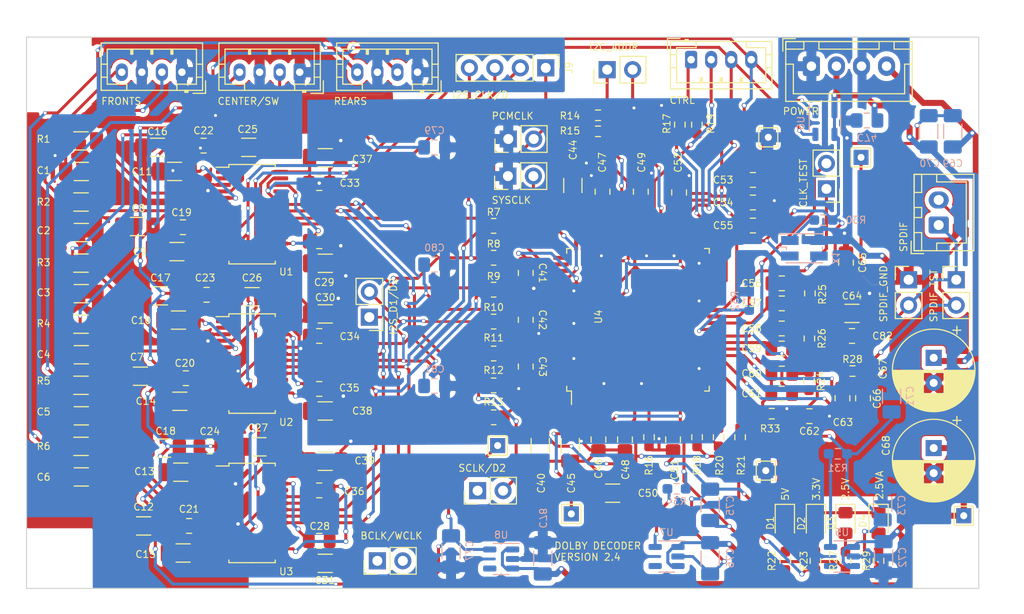
<source format=kicad_pcb>
(kicad_pcb (version 20221018) (generator pcbnew)
  (layers (0 "F.Cu" signal) (31 "B.Cu" signal) (34 "B.Paste" user) (35 "F.Paste" user) (36 "B.SilkS" user "B.Silkscreen") (37 "F.SilkS" user "F.Silkscreen") (38 "B.Mask" user) (39 "F.Mask" user) (44 "Edge.Cuts" user))
  (net 0 "")
  (net 1 "3V3")
  (net 2 "SDA")
  (net 3 "I2S_BC")
  (net 4 "I2S_WC")
  (net 5 "I2S_DATA")
  (net 6 "PCMCLK")
  (net 7 "BCLK")
  (net 8 "WCLK")
  (net 9 "I2S_D1")
  (net 10 "I2S_D2")
  (net 11 "I2S_D3")
  (net 12 "2.5V")
  (net 13 "RESET")
  (net 14 "IRQ")
  (net 15 "PLLAF")
  (net 16 "PLLSF")
  (net 17 "I2CADDR")
  (net 18 "SELI2C")
  (net 19 "5V")
  (net 20 "Net-(D1-A)")
  (net 21 "Net-(D2-A)")
  (net 22 "DCSB")
  (net 23 "CLKIN")
  (net 24 "SFREQ")
  (net 25 "Net-(D3-A)")
  (net 26 "Net-(D4-A)")
  (net 27 "PLLSPDIF")
  (net 28 "GND")
  (net 29 "DEEMPTH")
  (net 30 "AGND")
  (net 31 "2.5VA")
  (net 32 "SCL")
  (net 33 "CLKOUT")
  (net 34 "I2S_D4")
  (net 35 "3V3A")
  (net 36 "VOUT1")
  (net 37 "VOUT2")
  (net 38 "VOUT3")
  (net 39 "VOUT4")
  (net 40 "VOUT5")
  (net 41 "VOUT6")
  (net 42 "FL")
  (net 43 "FR")
  (net 44 "CT")
  (net 45 "SW")
  (net 46 "RL")
  (net 47 "RR")
  (net 48 "Net-(X1-EN)")
  (net 49 "Net-(U1-VCOM{slash}DEMP)")
  (net 50 "Net-(U1-VNEG)")
  (net 51 "PCMCLK3")
  (net 52 "Net-(U3-VNEG)")
  (net 53 "Net-(U3-VCOM{slash}DEMP)")
  (net 54 "BCLK3")
  (net 55 "Net-(U1-CAPM)")
  (net 56 "Net-(U1-CAPP)")
  (net 57 "WCLK3")
  (net 58 "SPDIF_NEG")
  (net 59 "SPDIF_POS")
  (net 60 "Net-(U3-CAPM)")
  (net 61 "Net-(U3-CAPP)")
  (net 62 "Net-(U3-LDOO)")
  (net 63 "Net-(U1-LDOO)")
  (net 64 "Net-(C56-Pad2)")
  (net 65 "Net-(C58-Pad2)")
  (net 66 "Net-(C60-Pad1)")
  (net 67 "Net-(C60-Pad2)")
  (net 68 "Net-(U4-SPDN)")
  (net 69 "Net-(U4-SPDP)")
  (net 70 "Net-(U4-SCLK)")
  (net 71 "Net-(U4-LRCLK)")
  (net 72 "Net-(U4-PCMCLK)")
  (net 73 "Net-(U4-PCM_OUT0)")
  (net 74 "Net-(U4-PCM_OUT1)")
  (net 75 "Net-(U4-PCM_OUT2)")
  (net 76 "Net-(U4-PCM_OUT3)")
  (net 77 "Net-(U4-A0)")
  (net 78 "Net-(U4-A5)")
  (net 79 "Net-(U4-DCSB)")
  (net 80 "Net-(U4-R{slash}W)")
  (net 81 "Net-(U4-GNDA)")
  (net 115 "Net-(U2-VNEG)")
  (net 116 "Net-(U2-VCOM{slash}DEMP)")
  (net 117 "Net-(U2-LDOO)")
  (net 118 "Net-(U2-CAPP)")
  (net 119 "Net-(U2-CAPM)")
  (net 120 "Net-(U5-OUT)")
  (net 122 "Net-(U7-OUT)")
  (footprint "Resistor_SMD:R_0603_1608Metric_Pad0.98x0.95mm_HandSolder" (layer "F.Cu") (at 101.6 77.5833 90)
    (fp_text reference "R23")
    (fp_text value "430R")
  )
  (footprint "TestPoint:TestPoint_THTPad_1.5x1.5mm_Drill0.7mm" (layer "F.Cu") (at 96.65 68.5833)
    (fp_text reference "TP3" hide)
    (fp_text value "TestPoint")
  )
  (footprint "Package_SO:TSSOP-28_4.4x9.7mm_P0.65mm" (layer "F.Cu") (at 45.4 43.0021)
    (fp_text reference "U1")
    (fp_text value "PCM5122PW")
  )
  (footprint "Capacitor_SMD:C_1206_3216Metric_Pad1.33x1.80mm_HandSolder" (layer "F.Cu") (at 28.3625 63.117 180)
    (fp_text reference "C5")
    (fp_text value "2.2n 50V C0G")
  )
  (footprint "Capacitor_SMD:C_1206_3216Metric_Pad1.33x1.80mm_HandSolder" (layer "F.Cu") (at 52.7 52.95)
    (fp_text reference "C30")
    (fp_text value "10u")
  )
  (footprint "Connector_JST:JST_PH_B4B-PH-K_1x04_P2.00mm_Vertical" (layer "F.Cu") (at 50.15 28.8333 180)
    (fp_text reference "J2" hide)
    (fp_text value "Conn_01x04_Pin")
  )
  (footprint "Connector_JST:JST_PH_B4B-PH-K_1x04_P2.00mm_Vertical" (layer "F.Cu") (at 61.9 28.8333 180)
    (fp_text reference "J5" hide)
    (fp_text value "Conn_01x04_Pin")
  )
  (footprint "Package_SO:TSSOP-28_4.4x9.7mm_P0.65mm" (layer "F.Cu") (at 45.4 57.9045)
    (fp_text reference "U2")
    (fp_text value "PCM5122PW")
  )
  (footprint "Connector_PinHeader_2.54mm:PinHeader_1x02_P2.54mm_Vertical" (layer "F.Cu") (at 80.825 28.5833 90)
    (fp_text reference "J10" hide)
    (fp_text value "Conn_01x02")
  )
  (footprint "Capacitor_SMD:C_1206_3216Metric_Pad1.33x1.80mm_HandSolder" (layer "F.Cu") (at 74.15 66.0833 -90)
    (fp_text reference "C40")
    (fp_text value "10U")
  )
  (footprint "Capacitor_SMD:C_1206_3216Metric_Pad1.33x1.80mm_HandSolder" (layer "F.Cu") (at 35.9625 36.3333 180)
    (fp_text reference "C16")
    (fp_text value "10u")
  )
  (footprint "Resistor_SMD:R_1206_3216Metric_Pad1.30x1.75mm_HandSolder" (layer "F.Cu") (at 28.3325 53.9751 180)
    (fp_text reference "R4")
    (fp_text value "470R")
  )
  (footprint "Resistor_SMD:R_0603_1608Metric_Pad0.98x0.95mm_HandSolder" (layer "F.Cu") (at 94.0893 65.2533 90)
    (fp_text reference "R21")
    (fp_text value "4.7K")
  )
  (footprint "Capacitor_SMD:C_1206_3216Metric_Pad1.33x1.80mm_HandSolder" (layer "F.Cu") (at 28.3625 69.2115 180)
    (fp_text reference "C6")
    (fp_text value "2.2n 50V C0G")
  )
  (footprint "Capacitor_SMD:C_1206_3216Metric_Pad1.33x1.80mm_HandSolder" (layer "F.Cu") (at 28.3625 57.0224 180)
    (fp_text reference "C4")
    (fp_text value "2.2n 50V C0G")
  )
  (footprint "Capacitor_SMD:C_1206_3216Metric_Pad1.33x1.80mm_HandSolder" (layer "F.Cu") (at 38.2813 68.7381)
    (fp_text reference "C13")
    (fp_text value "2.2u 25V")
  )
  (footprint "Capacitor_SMD:C_0805_2012Metric_Pad1.18x1.45mm_HandSolder" (layer "F.Cu") (at 80.3633 40.7583 90)
    (fp_text reference "C47")
    (fp_text value "0.1U")
  )
  (footprint "Resistor_SMD:R_0603_1608Metric_Pad0.98x0.95mm_HandSolder" (layer "F.Cu") (at 101 55.4 -90)
    (fp_text reference "R26")
    (fp_text value "1K")
  )
  (footprint "Resistor_SMD:R_0805_2012Metric_Pad1.20x1.40mm_HandSolder" (layer "F.Cu") (at 69.5 63.2667 180)
    (fp_text reference "R13")
    (fp_text value "47R")
  )
  (footprint "Capacitor_SMD:C_1206_3216Metric_Pad1.33x1.80mm_HandSolder" (layer "F.Cu") (at 52.7 62.6333 180)
    (fp_text reference "C38")
    (fp_text value "10u")
  )
  (footprint "Resistor_SMD:R_0603_1608Metric_Pad0.98x0.95mm_HandSolder" (layer "F.Cu") (at 88.075 34.0583 -90)
    (fp_text reference "R17")
    (fp_text value "4.7K")
  )
  (footprint "Resistor_SMD:R_1206_3216Metric_Pad1.30x1.75mm_HandSolder" (layer "F.Cu") (at 28.3325 35.6915 180)
    (fp_text reference "R1")
    (fp_text value "470R")
  )
  (footprint "Resistor_SMD:R_0603_1608Metric_Pad0.98x0.95mm_HandSolder" (layer "F.Cu") (at 89.775 34.0708 -90)
    (fp_text reference "R19")
    (fp_text value "4.7K")
  )
  (footprint "Capacitor_SMD:C_1206_3216Metric_Pad1.33x1.80mm_HandSolder" (layer "F.Cu") (at 34.2589 59.1642 180)
    (fp_text reference "C7")
    (fp_text value "10u")
  )
  (footprint "Capacitor_SMD:C_1206_3216Metric_Pad1.33x1.80mm_HandSolder" (layer "F.Cu") (at 77.1374 66.0833 -90)
    (fp_text reference "C45")
    (fp_text value "10U")
  )
  (footprint "Capacitor_SMD:C_1206_3216Metric_Pad1.33x1.80mm_HandSolder" (layer "F.Cu") (at 46.0813 66.2069 180)
    (fp_text reference "C27")
    (fp_text value "2.2u 25V")
  )
  (footprint "Capacitor_SMD:C_0805_2012Metric_Pad1.18x1.45mm_HandSolder" (layer "F.Cu") (at 52.1 75.5833)
    (fp_text reference "C28")
    (fp_text value "0.1u 100V")
  )
  (footprint "Resistor_SMD:R_1206_3216Metric_Pad1.30x1.75mm_HandSolder" (layer "F.Cu") (at 28.3325 47.8806 180)
    (fp_text reference "R3")
    (fp_text value "470R")
  )
  (footprint "Capacitor_SMD:C_0805_2012Metric_Pad1.18x1.45mm_HandSolder" (layer "F.Cu") (at 104.65 47.8333 90)
    (fp_text reference "C65")
    (fp_text value "0.1u")
  )
  (footprint "Capacitor_SMD:C_0805_2012Metric_Pad1.18x1.45mm_HandSolder" (layer "F.Cu") (at 104.3 61.3625 -90)
    (fp_text reference "C63")
    (fp_text value "100N")
  )
  (footprint "Capacitor_SMD:C_0805_2012Metric_Pad1.18x1.45mm_HandSolder" (layer "F.Cu") (at 72.7 58.2042 -90)
    (fp_text reference "C43")
    (fp_text value "0.1U")
  )
  (footprint "Capacitor_SMD:C_0805_2012Metric_Pad1.18x1.45mm_HandSolder" (layer "F.Cu") (at 52.1 60.4333)
    (fp_text reference "C35")
    (fp_text value "0.1u 100V")
  )
  (footprint "Capacitor_SMD:C_1206_3216Metric_Pad1.33x1.80mm_HandSolder" (layer "F.Cu") (at 77.4 40.1333 90)
    (fp_text reference "C44")
    (fp_text value "10U")
  )
  (footprint "LED_SMD:LED_0805_2012Metric_Pad1.15x1.40mm_HandSolder" (layer "F.Cu") (at 104.6 73.8083 -90)
    (fp_text reference "D3")
    (fp_text value "WHITE")
  )
  (footprint "Capacitor_SMD:C_0805_2012Metric_Pad1.18x1.45mm_HandSolder" (layer "F.Cu") (at 52.1 39.9 180)
    (fp_text reference "C33")
    (fp_text value "0.1u 100V")
  )
  (footprint "Connector_PinHeader_2.54mm:PinHeader_1x02_P2.54mm_Vertical" (layer "F.Cu") (at 115.65 49.5433)
    (fp_text reference "J16" hide)
    (fp_text value "Conn_01x02_Male")
  )
  (footprint "Capacitor_SMD:C_1206_3216Metric_Pad1.33x1.80mm_HandSolder" (layer "F.Cu") (at 52.7 67.65)
    (fp_text reference "C39")
    (fp_text value "10u")
  )
  (footprint "Capacitor_SMD:C_1206_3216Metric_Pad1.33x1.80mm_HandSolder" (layer "F.Cu") (at 45.3964 51.2329 180)
    (fp_text reference "C26")
    (fp_text value "2.2u 25V")
  )
  (footprint "Resistor_SMD:R_0805_2012Metric_Pad1.20x1.40mm_HandSolder" (layer "F.Cu") (at 69.5 44.1667 180)
    (fp_text reference "R7")
    (fp_text value "47R")
  )
  (footprint "Resistor_SMD:R_0603_1608Metric_Pad0.98x0.95mm_HandSolder" (layer "F.Cu") (at 105.3 58.65 180)
    (fp_text reference "R28")
    (fp_text value "75R")
  )
  (footprint "Capacitor_SMD:C_1206_3216Metric_Pad1.33x1.80mm_HandSolder" (layer "F.Cu") (at 37.9 46.7333)
    (fp_text reference "C9")
    (fp_text value "10u")
  )
  (footprint "MountingHole:MountingHole_3.2mm_M3" (layer "F.Cu") (at 115.4 27.8333)
    (fp_text reference "H3" hide)
    (fp_text value "MountingHole")
  )
  (footprint "Capacitor_SMD:C_0805_2012Metric_Pad1.18x1.45mm_HandSolder" (layer "F.Cu") (at 72.7 53.5354 -90)
    (fp_text reference "C42")
    (fp_text value "0.1U")
  )
  (footprint "Capacitor_SMD:C_1206_3216Metric_Pad1.33x1.80mm_HandSolder" (layer "F.Cu") (at 28.3625 50.9279 180)
    (fp_text reference "C3")
    (fp_text value "2.2n 50V C0G")
  )
  (footprint "Capacitor_SMD:C_1206_3216Metric_Pad1.33x1.80mm_HandSolder" (layer "F.Cu") (at 38.5188 76.8021)
    (fp_text reference "C15")
    (fp_text value "10u")
  )
  (footprint "Resistor_SMD:R_0805_2012Metric_Pad1.20x1.40mm_HandSolder" (layer "F.Cu") (at 69.5 47.35 180)
    (fp_text reference "R8")
    (fp_text value "47R")
  )
  (footprint "Capacitor_SMD:C_0805_2012Metric_Pad1.18x1.45mm_HandSolder" (layer "F.Cu") (at 82.6022 65.4833 -90)
    (fp_text reference "C48")
    (fp_text value "0.1U")
  )
  (footprint "Capacitor_SMD:C_0805_2012Metric_Pad1.18x1.45mm_HandSolder" (layer "F.Cu") (at 98.25 58.9 180)
    (fp_text reference "C60")
    (fp_text value "4.7N")
  )
  (footprint "Capacitor_SMD:C_0805_2012Metric_Pad1.18x1.45mm_HandSolder" (layer "F.Cu") (at 52.1 70.5572 180)
    (fp_text reference "C36")
    (fp_text value "0.1u 100V")
  )
  (footprint "Capacitor_SMD:C_1206_3216Metric_Pad1.33x1.80mm_HandSolder" (layer "F.Cu") (at 28.3625 44.8333 180)
    (fp_text reference "C2")
    (fp_text value "2.2n 50V C0G")
  )
  (footprint "MountingHole:MountingHole_3.2mm_M3" (layer "F.Cu") (at 25.4 77.8333)
    (fp_text reference "H2" hide)
    (fp_text value "MountingHole")
  )
  (footprint "Connector_JST:JST_PH_B4B-PH-K_1x04_P2.00mm_Vertical" (layer "F.Cu") (at 38.4 28.8333 180)
    (fp_text reference "J1" hide)
    (fp_text value "Conn_01x04_Pin")
  )
  (footprint "Connector_PinHeader_2.54mm:PinHeader_1x02_P2.54mm_Vertical" (layer "F.Cu") (at 57.9 77.5833 90)
    (fp_text reference "J3" hide)
    (fp_text value "Conn_01x02")
  )
  (footprint "Resistor_SMD:R_0805_2012Metric_Pad1.20x1.40mm_HandSolder" (layer "F.Cu") (at 69.5 50.5333 180)
    (fp_text reference "R9")
    (fp_text value "47R")
  )
  (footprint "Capacitor_SMD:C_0805_2012Metric_Pad1.18x1.45mm_HandSolder" (layer "F.Cu") (at 40.5625 36.1633 180)
    (fp_text reference "C22")
    (fp_text value "0.1u 100V")
  )
  (footprint "Resistor_SMD:R_0603_1608Metric_Pad0.98x0.95mm_HandSolder" (layer "F.Cu") (at 98.6 77.5833 90)
    (fp_text reference "R22")
    (fp_text value "1K")
  )
  (footprint "Capacitor_SMD:C_1206_3216Metric_Pad1.33x1.80mm_HandSolder" (layer "F.Cu") (at 52.7 37.3716)
    (fp_text reference "C37")
    (fp_text value "10u")
  )
  (footprint "TestPoint:TestPoint_THTPad_1.5x1.5mm_Drill0.7mm" (layer "F.Cu") (at 96.9 35.3333)
    (fp_text reference "TP4" hide)
    (fp_text value "TestPoint")
  )
  (footprint "Capacitor_SMD:C_0805_2012Metric_Pad1.18x1.45mm_HandSolder" (layer "F.Cu") (at 38.5 44.3021)
    (fp_text reference "C19")
    (fp_text value "0.1u 100V")
  )
  (footprint "Capacitor_SMD:C_0805_2012Metric_Pad1.18x1.45mm_HandSolder" (layer "F.Cu") (at 95.3625 39.5833)
    (fp_text reference "C53")
    (fp_text value "0.1U")
  )
  (footprint "Capacitor_SMD:C_0805_2012Metric_Pad1.18x1.45mm_HandSolder" (layer "F.Cu") (at 98.2375 54.4)
    (fp_text reference "C58")
    (fp_text value "5.6N")
  )
  (footprint "Resistor_SMD:R_0805_2012Metric_Pad1.20x1.40mm_HandSolder" (layer "F.Cu") (at 69.5 53.7167 180)
    (fp_text reference "R10")
    (fp_text value "47R")
  )
  (footprint "Capacitor_SMD:C_0805_2012Metric_Pad1.18x1.45mm_HandSolder" (layer "F.Cu") (at 38.7964 59.3642)
    (fp_text reference "C20")
    (fp_text value "0.1u 100V")
  )
  (footprint "Connector_JST:JST_PH_B4B-PH-K_1x04_P2.00mm_Vertical" (layer "F.Cu") (at 89.2 27.5833)
    (fp_text reference "J11" hide)
    (fp_text value "Conn_01x04_Male")
  )
  (footprint "Capacitor_SMD:C_1206_3216Metric_Pad1.33x1.80mm_HandSolder" (layer "F.Cu") (at 81.375 70.8333 180)
    (fp_text reference "C50")
    (fp_text value "10U")
  )
  (footprint "Capacitor_SMD:C_1206_3216Metric_Pad1.33x1.80mm_HandSolder" (layer "F.Cu") (at 34.5813 74.1021 180)
    (fp_text reference "C12")
    (fp_text value "10u")
  )
  (footprint "Package_QFP:LQFP-80_14x14mm_P0.65mm" (layer "F.Cu") (at 83.9 53.5333 90)
    (fp_text reference "U4")
    (fp_text value "SPA130")
  )
  (footprint "Capacitor_SMD:C_1206_3216Metric_Pad1.33x1.80mm_HandSolder" (layer "F.Cu") (at 28.3625 38.7388 180)
    (fp_text reference "C1")
    (fp_text value "2.2n 50V C0G")
  )
  (footprint "TestPoint:TestPoint_THTPad_1.5x1.5mm_Drill0.7mm" (layer "F.Cu") (at 116.4 73.0833)
    (fp_text reference "TP6" hide)
    (fp_text value "TestPoint")
  )
  (footprint "Connector_JST:JST_XH_B2B-XH-A_1x02_P2.50mm_Vertical" (layer "F.Cu") (at 113.9 44.0833 90)
    (fp_text reference "J14" hide)
    (fp_text value "Conn_01x02_Male")
  )
  (footprint "Capacitor_SMD:C_1206_3216Metric_Pad1.33x1.80mm_HandSolder" (layer "F.Cu") (at 105.25 52.9)
    (fp_text reference "C64")
    (fp_text value "10U")
  )
  (footprint "Resistor_SMD:R_0603_1608Metric_Pad0.98x0.95mm_HandSolder" (layer "F.Cu") (at 89.7945 65.2533 -90)
    (fp_text reference "R18")
    (fp_text value "4.7K")
  )
  (footprint "Resistor_SMD:R_1206_3216Metric_Pad1.30x1.75mm_HandSolder" (layer "F.Cu") (at 28.3325 66.1642 180)
    (fp_text reference "R6")
    (fp_text value "470R")
  )
  (footprint "Capacitor_SMD:C_1206_3216Metric_Pad1.33x1.80mm_HandSolder" (layer "F.Cu") (at 38.0589 53.5642)
    (fp_text reference "C10")
    (fp_text value "2.2u 25V")
  )
  (footprint "Capacitor_SMD:C_0805_2012Metric_Pad1.18x1.45mm_HandSolder" (layer "F.Cu") (at 95.3625 44.1333)
    (fp_text reference "C55")
    (fp_text value "0.1U")
  )
  (footprint "Resistor_SMD:R_1206_3216Metric_Pad1.30x1.75mm_HandSolder" (layer "F.Cu") (at 28.3325 60.0697 180)
    (fp_text reference "R5")
    (fp_text value "470R")
  )
  (footprint "Capacitor_SMD:C_0805_2012Metric_Pad1.18x1.45mm_HandSolder" (layer "F.Cu") (at 95.3625 41.8333)
    (fp_text reference "C54")
    (fp_text value "0.1U")
  )
  (footprint "Resistor_SMD:R_1206_3216Metric_Pad1.30x1.75mm_HandSolder" (layer "F.Cu") (at 28.3325 41.7861 180)
    (fp_text reference "R2")
    (fp_text value "470R")
  )
  (footprint "Connector_PinHeader_2.54mm:PinHeader_1x02_P2.54mm_Vertical" (layer "F.Cu") (at 110.9 49.5433)
    (fp_text reference "J15" hide)
    (fp_text value "Conn_01x02")
  )
  (footprint "Capacitor_SMD:C_0805_2012Metric_Pad1.18x1.45mm_HandSolder" (layer "F.Cu") (at 40.8589 51.0443 180)
    (fp_text reference "C23")
    (fp_text value "0.1u 100V")
  )
  (footprint "Capacitor_SMD:C_0805_2012Metric_Pad1.18x1.45mm_HandSolder" (layer "F.Cu") (at 87.3971 65.4833 -90)
    (fp_text reference "C51")
    (fp_text value "0.1U")
  )
  (footprint "Resistor_SMD:R_0603_1608Metric_Pad0.98x0.95mm_HandSolder" (layer "F.Cu") (at 79.9125 33.1333)
    (fp_text reference "R14")
    (fp_text value "4.7K")
  )
  (footprint "Resistor_SMD:R_0603_1608Metric_Pad0.98x0.95mm_HandSolder" (layer "F.Cu") (at 91.9419 65.2533 -90)
    (fp_text reference "R20")
    (fp_text value "4.7K")
  )
  (footprint "Resistor_SMD:R_0603_1608Metric_Pad0.98x0.95mm_HandSolder" (layer "F.Cu") (at 101.05 50.9 -90)
    (fp_text reference "R25")
    (fp_text value "1K")
  )
  (footprint "Resistor_SMD:R_0603_1608Metric_Pad0.98x0.95mm_HandSolder" (layer "F.Cu") (at 84.9996 65.2533 -90)
    (fp_text reference "R16")
    (fp_text value "4.7K")
  )
  (footprint "Resistor_SMD:R_0603_1608Metric_Pad0.98x0.95mm_HandSolder" (layer "F.Cu") (at 97.25 62.9)
    (fp_text reference "R33")
    (fp_text value "FERRITE")
  )
  (footprint "MountingHole:MountingHole_3.2mm_M3" (layer "F.Cu") (at 115.4 77.8333)
    (fp_text reference "H4" hide)
    (fp_text value "MountingHole")
  )
  (footprint "Capacitor_SMD:C_0805_2012Metric_Pad1.18x1.45mm_HandSolder" (layer "F.Cu") (at 72.7 48.8667 -90)
    (fp_text reference "C41")
    (fp_text value "0.1U")
  )
  (footprint "Connector_PinHeader_2.54mm:PinHeader_1x02_P2.54mm_Vertical" (layer "F.Cu") (at 70.925 39.2 90)
    (fp_text reference "J8" hide)
    (fp_text value "Conn_01x02")
  )
  (footprint "Connector_PinHeader_2.54mm:PinHeader_1x02_P2.54mm_Vertical" (layer "F.Cu") (at 102.7 40.4733 180)
    (fp_text reference "J12" hide)
    (fp_text value "Conn_01x02")
  )
  (footprint "Resistor_SMD:R_0603_1608Metric_Pad0.98x0.95mm_HandSolder" (layer "F.Cu") (at 79.9125 34.7333)
    (fp_text reference "R15")
    (fp_text value "4.7K")
  )
  (footprint "Resistor_SMD:R_0603_1608Metric_Pad0.98x0.95mm_HandSolder" (layer "F.Cu") (at 107.9 77.5833 90)
    (fp_text reference "R29")
    (fp_text value "100R")
  )
  (footprint "Resistor_SMD:R_0805_2012Metric_Pad1.20x1.40mm_HandSolder" (layer "F.Cu") (at 69.5 60.0833 180)
    (fp_text reference "R12")
    (fp_text value "47R")
  )
  (footprint "TestPoint:TestPoint_THTPad_1.5x1.5mm_Drill0.7mm" (layer "F.Cu") (at 106.15 37.3333)
    (fp_text reference "TP5" hide)
    (fp_text value "TestPoint")
  )
  (footprint "Resistor_SMD:R_0603_1608Metric_Pad0.98x0.95mm_HandSolder" (layer "F.Cu") (at 100.9625 59.65 90)
    (fp_text reference "R24")
    (fp_text value "330R")
  )
  (footprint "Connector_PinHeader_2.54mm:PinHeader_1x02_P2.54mm_Vertical" (layer "F.Cu") (at 67.9 70.5833 90)
    (fp_text reference "J6" hide)
    (fp_text value "Conn_01x02")
  )
  (footprint "Resistor_SMD:R_0805_2012Metric_Pad1.20x1.40mm_HandSolder" (layer "F.Cu") (at 69.5 56.9 180)
    (fp_text reference "R11")
    (fp_text value "47R")
  )
  (footprint "Capacitor_SMD:C_0805_2012Metric_Pad1.18x1.45mm_HandSolder" (layer "F.Cu") (at 101 63.15)
    (fp_text reference "C62")
    (fp_text value "0.1U")
  )
  (footprint "Capacitor_SMD:C_0805_2012Metric_Pad1.18x1.45mm_HandSolder" (layer "F.Cu") (at 39.1188 74.1021)
    (fp_text reference "C21")
    (fp_text value "0.1u 100V")
  )
  (footprint "Capacitor_SMD:C_0805_2012Metric_Pad1.18x1.45mm_HandSolder" (layer "F.Cu") (at 84.1817 40.7583 90)
    (fp_text reference "C49")
    (fp_text value "0.1U")
  )
  (footprint "Capacitor_SMD:C_0805_2012Metric_Pad1.18x1.45mm_HandSolder" (layer "F.Cu") (at 52.1 45.7)
    (fp_text reference "C32" hide)
    (fp_text value "0.1u 100V")
  )
  (footprint "Capacitor_THT:CP_Radial_D8.0mm_P2.50mm" (layer "F.Cu") (at 113.4 57.3333 -90)
    (fp_text reference "C67")
    (fp_text value "330u 16V")
  )
  (footprint "Capacitor_SMD:C_0805_2012Metric_Pad1.18x1.45mm_HandSolder" (layer "F.Cu") (at 105.25 55.15)
    (fp_text reference "C82")
    (fp_text value "0.1U")
  )
  (footprint "Capacitor_SMD:C_1206_3216Metric_Pad1.33x1.80mm_HandSolder" (layer "F.Cu") (at 36.5813 66.3381 180)
    (fp_text reference "C18")
    (fp_text value "10u")
  )
  (footprint "LED_SMD:LED_0805_2012Metric_Pad1.15x1.40mm_HandSolder" (layer "F.Cu") (at 107.9 73.8083 -90)
    (fp_text reference "D4")
    (fp_text value "YELLOW")
  )
  (footprint "Capacitor_SMD:C_0805_2012Metric_Pad1.18x1.45mm_HandSolder" (layer "F.Cu") (at 106.35 61.3625 -90)
    (fp_text reference "C66")
    (fp_text value "100N")
  )
  (footprint "Capacitor_SMD:C_1206_3216Metric_Pad1.33x1.80mm_HandSolder" (layer "F.Cu") (at 33.9625 44.2333 180)
    (fp_text reference "C8")
    (fp_text value "10u")
  )
  (footprint "Package_SO:TSSOP-28_4.4x9.7mm_P0.65mm" (layer "F.Cu") (at 45.4 72.8069)
    (fp_text reference "U3")
    (fp_text value "PCM5122PW")
  )
  (footprint "Capacitor_SMD:C_1206_3216Metric_Pad1.33x1.80mm_HandSolder" (layer "F.Cu") (at 37.6625 38.7333)
    (fp_text reference "C11")
    (fp_text value "2.2u 25V")
  )
  (footprint "TestPoint:TestPoint_THTPad_1.5x1.5mm_Drill0.7mm" (layer "F.Cu") (at 69.9 66.0833)
    (fp_text reference "TP1" hide)
    (fp_text value "TestPoint")
  )
  (footprint "Capacitor_SMD:C_0805_2012Metric_Pad1.18x1.45mm_HandSolder" (layer "F.Cu") (at 79.9548 65.4833 -90)
    (fp_text reference "C46")
    (fp_text value "0.1U")
  )
  (footprint "Capacitor_SMD:C_1206_3216Metric_Pad1.33x1.80mm_HandSolder" (layer "F.Cu") (at 36.2589 51.1443 180)
    (fp_text reference "C17")
    (fp_text value "10u")
  )
  (footprint "Capacitor_SMD:C_0805_2012Metric_Pad1.18x1.45mm_HandSolder" (layer "F.Cu") (at 98.2375 56.4)
    (fp_text reference "C59")
    (fp_text value "470P")
  )
  (footprint "Capacitor_SMD:C_1206_3216Metric_Pad1.33x1.80mm_HandSolder" (layer "F.Cu") (at 38.1964 61.6642)
    (fp_text reference "C14")
    (fp_text value "10u")
  )
  (footprint "Capacitor_SMD:C_0805_2012Metric_Pad1.18x1.45mm_HandSolder" (layer "F.Cu") (at 41.1813 66.1681 180)
    (fp_text reference "C24")
    (fp_text value "0.1u 100V")
  )
  (footprint "Resistor_SMD:R_0603_1608Metric_Pad0.98x0.95mm_HandSolder" (layer "F.Cu") (at 104.6 77.5833 90)
    (fp_text reference "R27")
    (fp_text value "100R")
  )
  (footprint "LED_SMD:LED_0805_2012Metric_Pad1.15x1.40mm_HandSolder" (layer "F.Cu") (at 101.65 73.8083 -90)
    (fp_text reference "D2")
    (fp_text value "YELLOW")
  )
  (footprint "TestPoint:TestPoint_THTPad_1.5x1.5mm_Drill0.7mm" (layer "F.Cu") (at 77.25 72.9)
    (fp_text reference "TP2" hide)
    (fp_text value "TestPoint")
  )
  (footprint "Capacitor_SMD:C_1206_3216Metric_Pad1.33x1.80mm_HandSolder" (layer "F.Cu") (at 52.7 47.9 180)
    (fp_text reference "C29")
    (fp_text value "10u")
  )
  (footprint "MountingHole:MountingHole_3.2mm_M3" (layer "F.Cu") (at 25.4 27.8333)
    (fp_text reference "H1" hide)
    (fp_text value "MountingHole")
  )
  (footprint "Capacitor_SMD:C_0805_2012Metric_Pad1.18x1.45mm_HandSolder" (layer "F.Cu") (at 52.1 55.15 180)
    (fp_text reference "C34")
    (fp_text value "0.1u 100V")
  )
  (footprint "Capacitor_SMD:C_0805_2012Metric_Pad1.18x1.45mm_HandSolder" (layer "F.Cu") (at 98.25 51.9)
    (fp_text reference "C57")
    (fp_text value "470P")
  )
  (footprint "Connector_JST:JST_XH_B4B-XH-A_1x04_P2.50mm_Vertical" (layer "F.Cu") (at 101.2 28.2333)
    (fp_text reference "J13" hide)
    (fp_text value "Conn_01x04_Male")
  )
  (footprint "Connector_PinHeader_2.54mm:PinHeader_1x02_P2.54mm_Vertical" (layer "F.Cu") (at 70.96 35.5 90)
    (fp_text reference "J7" hide)
    (fp_text value "Conn_01x02")
  )
  (footprint "Capacitor_SMD:C_0805_2012Metric_Pad1.18x1.45mm_HandSolder" (layer "F.Cu") (at 88 40.8333 90)
    (fp_text reference "C52")
    (fp_text value "0.1U")
  )
  (footprint "Capacitor_SMD:C_0805_2012Metric_Pad1.18x1.45mm_HandSolder" (layer "F.Cu") (at 98.2375 60.9 180)
    (fp_text reference "C61")
    (fp_text value "150P")
  )
  (footprint "Capacitor_THT:CP_Radial_D8.0mm_P2.50mm" (layer "F.Cu") (at 113.4 66.3333 -90)
    (fp_text reference "C68")
    (fp_text value "330u 16V")
  )
  (footprint "LED_SMD:LED_0805_2012Metric_Pad1.15x1.40mm_HandSolder" (layer "F.Cu") (at 98.55 73.8083 -90)
    (fp_text reference "D1")
    (fp_text value "BLUE")
  )
  (footprint "Capacitor_SMD:C_1206_3216Metric_Pad1.33x1.80mm_HandSolder" (layer "F.Cu") (at 45.0625 36.3333 180)
    (fp_text reference "C25")
    (fp_text value "2.2u 25V")
  )
  (footprint "Capacitor_SMD:C_0805_2012Metric_Pad1.18x1.45mm_HandSolder" (layer "F.Cu") (at 98.25 49.9)
    (fp_text reference "C56")
    (fp_text value "5.6N")
  )
  (footprint "Connector_PinHeader_2.54mm:PinHeader_1x02_P2.54mm_Vertical" (layer "F.Cu") (at 57.1 53.275 180)
    (fp_text reference "J4" hide)
    (fp_text value "Conn_01x02_Pin")
  )
  (footprint "Connector_PinHeader_2.54mm:PinHeader_1x04_P2.54mm_Vertical" (layer "F.Cu") (at 74.7 28.4 -90)
    (fp_text reference "J9")
    (fp_text value "Conn_01x04_Male")
  )
  (footprint "Capacitor_SMD:C_1206_3216Metric_Pad1.33x1.80mm_HandSolder" (layer "F.Cu") (at 52.7 77.8333 180)
    (fp_text reference "C31")
    (fp_text value "10u")
  )
  (footprint "Capacitor_SMD:C_1206_3216Metric_Pad1.33x1.80mm_HandSolder" (layer "B.Cu") (at 108.4 77.2333 -90)
    (fp_text reference "C72")
    (fp_text value "10U")
  )
  (footprint "Capacitor_SMD:C_1206_3216Metric_Pad1.33x1.80mm_HandSolder" (layer "B.Cu") (at 65.25 76.65 -90)
    (fp_text reference "C77")
    (fp_text value "10U")
  )
  (footprint "Capacitor_SMD:C_1206_3216Metric_Pad1.33x1.80mm_HandSolder" (layer "B.Cu") (at 91.1 77.3333 -90)
    (fp_text reference "C76")
    (fp_text value "10U")
  )
  (footprint "Capacitor_SMD:C_1206_3216Metric_Pad1.33x1.80mm_HandSolder" (layer "B.Cu") (at 112.9 34.7333 90)
    (fp_text reference "C70")
    (fp_text value "10U")
  )
  (footprint "Capacitor_SMD:C_0805_2012Metric_Pad1.18x1.45mm_HandSolder" (layer "B.Cu") (at 106.75 33.65)
    (fp_text reference "C74")
    (fp_text value "0.1U")
  )
  (footprint "Capacitor_SMD:C_0805_2012Metric_Pad1.18x1.45mm_HandSolder" (layer "B.Cu") (at 63.6 48.0333 180)
    (fp_text reference "C80")
    (fp_text value "0.1u")
  )
  (footprint "Package_TO_SOT_SMD:SOT-23-6" (layer "B.Cu") (at 102.55 33.9 -90)
    (fp_text reference "U6")
    (fp_text value "TMP100")
  )
  (footprint "Resistor_SMD:R_0603_1608Metric_Pad0.98x0.95mm_HandSolder" (layer "B.Cu") (at 95 51.65 -90)
    (fp_text reference "R32")
    (fp_text value "FERRITE")
  )
  (footprint "Package_TO_SOT_SMD:SOT-23-5" (layer "B.Cu") (at 70.25 77.4 180)
    (fp_text reference "U8")
    (fp_text value "LP5907MFX-3.3")
  )
  (footprint "Capacitor_SMD:C_1206_3216Metric_Pad1.33x1.80mm_HandSolder" (layer "B.Cu") (at 74.4 77.3333 90)
    (fp_text reference "C78")
    (fp_text value "10U")
  )
  (footprint "Capacitor_SMD:C_1206_3216Metric_Pad1.33x1.80mm_HandSolder" (layer "B.Cu") (at 115.3 34.7333 90)
    (fp_text reference "C69")
    (fp_text value "10U")
  )
  (footprint "Resistor_SMD:R_0603_1608Metric_Pad0.98x0.95mm_HandSolder" (layer "B.Cu") (at 102.4 43.5833 180)
    (fp_text reference "R30")
    (fp_text value "4.7K")
  )
  (footprint "Resistor_SMD:R_0603_1608Metric_Pad0.98x0.95mm_HandSolder" (layer "B.Cu") (at 87.75 70.4)
    (fp_text reference "R34")
    (fp_text value "FERRITE")
  )
  (footprint "Capacitor_SMD:C_1206_3216Metric_Pad1.33x1.80mm_HandSolder" (layer "B.Cu") (at 91.1 71.9958 90)
    (fp_text reference "C75")
    (fp_text value "47U")
  )
  (footprint "Resistor_SMD:R_0603_1608Metric_Pad0.98x0.95mm_HandSolder" (layer "B.Cu") (at 103.8375 66.9)
    (fp_text reference "R31")
    (fp_text value "FERRITE")
  )
  (footprint "Package_TO_SOT_SMD:SOT-23-5" (layer "B.Cu") (at 104.25 77.15 180)
    (fp_text reference "U5")
    (fp_text value "LP5907MFX-2.5")
  )
  (footprint "Package_TO_SOT_SMD:SOT-23-5" (layer "B.Cu") (at 86.75 77.15 180)
    (fp_text reference "U7")
    (fp_text value "LP5907MFX-2.5")
  )
  (footprint "Capacitor_SMD:C_0805_2012Metric_Pad1.18x1.45mm_HandSolder" (layer "B.Cu") (at 63.6 36.3333 180)
    (fp_text reference "C79")
    (fp_text value "0.1u")
  )
  (footprint "Capacitor_SMD:C_0805_2012Metric_Pad1.18x1.45mm_HandSolder" (layer "B.Cu") (at 63.6 60.1333 180)
    (fp_text reference "C81")
    (fp_text value "0.1u")
  )
  (footprint "Capacitor_SMD:C_1206_3216Metric_Pad1.33x1.80mm_HandSolder" (layer "B.Cu") (at 109.2 61.1625 90)
    (fp_text reference "C71")
    (fp_text value "10u")
  )
  (footprint "Oscillator:Oscillator_SMD_EuroQuartz_XO32-4Pin_3.2x2.5mm_HandSoldering" (layer "B.Cu") (at 100.5 46.4)
    (fp_text reference "X1")
    (fp_text value "ECS-3225SMV-270-FP-TR")
  )
  (footprint "Capacitor_SMD:C_1206_3216Metric_Pad1.33x1.80mm_HandSolder" (layer "B.Cu") (at 108.3128 71.9333 90)
    (fp_text reference "C73")
    (fp_text value "47U")
  )
  (gr_line (start 117.9 80.333332) (end 22.9 80.333332) (stroke (width 0.1)) (layer "Edge.Cuts"))
  (gr_line (start 117.9 25.333332) (end 117.9 80.333332) (stroke (width 0.1)) (layer "Edge.Cuts"))
  (gr_line (start 22.9 80.333332) (end 22.9 25.333332) (stroke (width 0.1)) (layer "Edge.Cuts"))
  (gr_line (start 22.9 25.333332) (end 117.9 25.333332) (stroke (width 0.1)) (layer "Edge.Cuts"))
  (gr_text "SYSCLK" (at 69.25 41.6) (layer "F.SilkS") (effects (font (size 0.7 0.7) (thickness 0.1)) (justify left)))
  (gr_text "I2C_ADDR" (at 78.95 26.333332) (layer "F.SilkS") (effects (font (size 0.7 0.7) (thickness 0.1)) (justify left)))
  (gr_text "FRONTS" (at 30.3 31.733332) (layer "F.SilkS") (effects (font (size 0.7 0.7) (thickness 0.1)) (justify left)))
  (gr_text "DOLBY DECODER\nVERSION 2.4" (at 75.5 76.65) (layer "F.SilkS") (effects (font (size 0.7 0.7) (thickness 0.1)) (justify left)))
  (gr_text "SPDIF_TST" (at 113.4 53.833332 90) (layer "F.SilkS") (effects (font (size 0.7 0.7) (thickness 0.1)) (justify left)))
  (gr_text "SPDIF" (at 110.4 46.833332 90) (layer "F.SilkS") (effects (font (size 0.7 0.7) (thickness 0.1)) (justify left)))
  (gr_text "PCMCLK" (at 69.25 33.2) (layer "F.SilkS") (effects (font (size 0.7 0.7) (thickness 0.1)) (justify left)))
  (gr_text "POWER" (at 98.3 32.733332) (layer "F.SilkS") (effects (font (size 0.7 0.7) (thickness 0.1)) (justify left)))
  (gr_text "BCLK/WCLK" (at 56.15 75.083332) (layer "F.SilkS") (effects (font (size 0.7 0.7) (thickness 0.1)) (justify left)))
  (gr_text "2.5V" (at 104.6 71.633332 90) (layer "F.SilkS") (effects (font (size 0.7 0.7) (thickness 0.1)) (justify left)))
  (gr_text "3.3V" (at 101.7 71.633332 90) (layer "F.SilkS") (effects (font (size 0.7 0.7) (thickness 0.1)) (justify left)))
  (gr_text "CTRL" (at 87 31.633332) (layer "F.SilkS") (effects (font (size 0.7 0.7) (thickness 0.1)) (justify left)))
  (gr_text "SCLK/D2" (at 65.925 68.333332) (layer "F.SilkS") (effects (font (size 0.7 0.7) (thickness 0.1)) (justify left)))
  (gr_text "I2S_D1/D2" (at 59.5 55.1 90) (layer "F.SilkS") (effects (font (size 0.7 0.7) (thickness 0.1)) (justify left)))
  (gr_text "SPDIF_GND\n" (at 108.4 53.833332 90) (layer "F.SilkS") (effects (font (size 0.7 0.7) (thickness 0.1)) (justify left)))
  (gr_text "CENTER/SW" (at 41.9 31.733332) (layer "F.SilkS") (effects (font (size 0.7 0.7) (thickness 0.1)) (justify left)))
  (gr_text "I2S_CLK/D" (at 65.3 31.1) (layer "F.SilkS") (effects (font (size 0.7 0.7) (thickness 0.1)) (justify left)))
  (gr_text "2.5VA" (at 108 71.533332 90) (layer "F.SilkS") (effects (font (size 0.7 0.7) (thickness 0.1)) (justify left)))
  (gr_text "REARS" (at 53.5 31.733332) (layer "F.SilkS") (effects (font (size 0.7 0.7) (thickness 0.1)) (justify left)))
  (gr_text "CLK_TEST" (at 100.4 42.4 90) (layer "F.SilkS") (effects (font (size 0.7 0.7) (thickness 0.1)) (justify left)))
  (gr_text "5V" (at 98.6 71.633332 90) (layer "F.SilkS") (effects (font (size 0.7 0.7) (thickness 0.1)) (justify left)))
  (segment (start 51.1375 37.3716) (end 51.1375 38.65) (width 0.3) (layer "F.Cu") (net 1))
  (segment (start 83.575 61.2083) (end 83.575 56.325) (width 0.3) (layer "F.Cu") (net 1))
  (segment (start 93.75 44.7083) (end 93.75 51.144698) (width 0.3) (layer "F.Cu") (net 1))
  (segment (start 78.7917 53.1083) (end 83.575 48.325) (width 0.3) (layer "F.Cu") (net 1))
  (segment (start 48.2625 68.5819) (end 48.9444 67.9) (width 0.3) (layer "F.Cu") (net 1))
  (segment (start 57.25 35.65) (end 56.65 35.05) (width 0.3) (layer "F.Cu") (net 1))
  (segment (start 107.5 32.15) (end 108.75 32.15) (width 0.6) (layer "F.Cu") (net 1))
  (segment (start 82.85 40.4641) (end 84.1817 41.7958) (width 0.3) (layer "F.Cu") (net 1))
  (segment (start 94.0893 67.15) (end 94.0893 66.1658) (width 0.3) (layer "F.Cu") (net 1))
  (segment (start 87.9833 52.5583) (end 87.6625 52.2375) (width 0.3) (layer "F.Cu") (net 1))
  (segment (start 72.7 52.4979) (end 73.3104 53.1083) (width 0.3) (layer "F.Cu") (net 1))
  (segment (start 87.6625 52.2375) (end 83.575 48.15) (width 0.3) (layer "F.Cu") (net 1))
  (segment (start 83.6772 67.15) (end 84.25 67.15) (width 0.3) (layer "F.Cu") (net 1))
  (segment (start 47.175 61.115898) (end 47.175 63.575) (width 0.3) (layer "F.Cu") (net 1))
  (segment (start 83.575 48.15) (end 83.575 45.8583) (width 0.3) (layer "F.Cu") (net 1))
  (segment (start 116.5 57.65) (end 113.7167 57.65) (width 0.6) (layer "F.Cu") (net 1))
  (segment (start 48.2625 45.2771) (end 47.525 45.2771) (width 0.3) (layer "F.Cu") (net 1))
  (segment (start 60.527818 55.9) (end 61.1 55.327818) (width 0.3) (layer "F.Cu") (net 1))
  (segment (start 79 33.1333) (end 79 34.7333) (width 0.3) (layer "F.Cu") (net 1))
  (segment (start 89.775 33.1583) (end 92.25 35.6333) (width 0.3) (layer "F.Cu") (net 1))
  (segment (start 51.0104 38.7771) (end 51.1375 38.65) (width 0.3) (layer "F.Cu") (net 1))
  (segment (start 47.175 63.575) (end 51.1375 67.5375) (width 0.3) (layer "F.Cu") (net 1))
  (segment (start 57.25 55.9) (end 60.527818 55.9) (width 0.3) (layer "F.Cu") (net 1))
  (segment (start 51.1375 52.2875) (end 47 48.15) (width 0.3) (layer "F.Cu") (net 1))
  (segment (start 47.538602 61.4795) (end 47.175 61.115898) (width 0.3) (layer "F.Cu") (net 1))
  (segment (start 100.6542 78.4958) (end 100.25 78.9) (width 0.3) (layer "F.Cu") (net 1))
  (segment (start 56.65 35.05) (end 53.4591 35.05) (width 0.3) (layer "F.Cu") (net 1))
  (segment (start 83.575 42.4025) (end 84.1817 41.7958) (width 0.3) (layer "F.Cu") (net 1))
  (segment (start 103.575 47.7958) (end 104.65 48.8708) (width 0.3) (layer "F.Cu") (net 1))
  (segment (start 79 35.9) (end 82.85 39.75) (width 0.3) (layer "F.Cu") (net 1))
  (segment (start 90.7787 67.15) (end 90.778698 67.150002) (width 0.3) (layer "F.Cu") (net 1))
  (segment (start 72.7 52.4979) (end 64.3479 52.4979) (width 0.3) (layer "F.Cu") (net 1))
  (segment (start 96.75 45.65) (end 96.5 45.65) (width 0.3) (layer "F.Cu") (net 1))
  (segment (start 47.175 60.5295) (end 47.525 60.1795) (width 0.3) (layer "F.Cu") (net 1))
  (segment (start 83.575 45.8583) (end 83.575 42.4025) (width 0.3) (layer "F.Cu") (net 1))
  (segment (start 96.5 45.65) (end 95.8417 45.65) (width 0.3) (layer "F.Cu") (net 1))
  (segment (start 47.175 61.115898) (end 47.175 60.5295) (width 0.3) (layer "F.Cu") (net 1))
  (segment (start 47.4705 53.6795) (end 48.2625 53.6795) (width 0.3) (layer "F.Cu") (net 1))
  (segment (start 47.525 68.5819) (end 48.2625 68.5819) (width 0.3) (layer "F.Cu") (net 1))
  (segment (start 47 44.9) (end 47.07395 44.82605) (width 0.3) (layer "F.Cu") (net 1))
  (segment (start 93.95 67.2893) (end 94.0893 67.15) (width 0.3) (layer "F.Cu") (net 1))
  (segment (start 82.9375 70.8333) (end 83.6772 70.0936) (width 0.3) (layer "F.Cu") (net 1))
  (segment (start 61.1 55.327818) (end 61.427818 55.327818) (width 0.25) (layer "F.Cu") (net 1))
  (segment (start 91.575 52.5583) (end 87.9833 52.5583) (width 0.3) (layer "F.Cu") (net 1))
  (segment (start 103.575 44.575) (end 103.575 47.7958) (width 0.3) (layer "F.Cu") (net 1))
  (segment (start 48.9444 67.9) (end 50.7889 67.9) (width 0.3) (layer "F.Cu") (net 1))
  (segment (start 47.525 71.1819) (end 47.175 70.8319) (width 0.3) (layer "F.Cu") (net 1))
  (segment (start 53.4591 35.05) (end 51.1375 37.3716) (width 0.3) (layer "F.Cu") (net 1))
  (segment (start 61.1 55.327818) (end 61.1 52.25) (width 0.3) (layer "F.Cu") (net 1))
  (segment (start 74.15 64.5208) (end 75.7792 66.15) (width 0.3) (layer "F.Cu") (net 1))
  (segment (start 89.7945 66.1658) (end 90.7787 67.15) (width 0.3) (layer "F.Cu") (net 1))
  (segment (start 101.6 78.4958) (end 100.6542 78.4958) (width 0.3) (layer "F.Cu") (net 1))
  (segment (start 47.175 53.975) (end 47.4705 53.6795) (width 0.3) (layer "F.Cu") (net 1))
  (segment (start 93.95 72.85) (end 93.95 67.2893) (width 0.3) (layer "F.Cu") (net 1))
  (segment (start 103.7 30.95) (end 103.5 31.15) (width 0.6) (layer "F.Cu") (net 1))
  (segment (start 108.75 32.15) (end 111 34.4) (width 0.6) (layer "F.Cu") (net 1))
  (segment (start 103.7 28.2333) (end 103.7 30.95) (width 0.6) (layer "F.Cu") (net 1))
  (segment (start 83.575 63.473) (end 83.575 61.2083) (width 0.3) (layer "F.Cu") (net 1))
  (segment (start 50.4378 71.1819) (end 51.0625 70.5572) (width 0.3) (layer "F.Cu") (net 1))
  (segment (start 93.75 51.144698) (end 92.336398 52.5583) (width 0.3) (layer "F.Cu") (net 1))
  (segment (start 46.25 39.994994) (end 47.467894 38.7771) (width 0.3) (layer "F.Cu") (net 1))
  (segment (start 111 34.4) (end 111 35.295774) (width 0.6) (layer "F.Cu") (net 1))
  (segment (start 46.25 44.0021) (end 46.25 39.994994) (width 0.3) (layer "F.Cu") (net 1))
  (segment (start 103.5 31.15) (end 106.5 31.15) (width 0.6) (layer "F.Cu") (net 1))
  (segment (start 48.2625 75.0819) (end 47.525 75.0819) (width 0.3) (layer "F.Cu") (net 1))
  (segment (start 47.175 70.8319) (end 47.175 68.9319) (width 0.3) (layer "F.Cu") (net 1))
  (segment (start 51.1375 52.95) (end 51.1375 55.075) (width 0.3) (layer "F.Cu") (net 1))
  (segment (start 93.0917 42.9) (end 94.325 44.1333) (width 0.3) (layer "F.Cu") (net 1))
  (segment (start 51.0625 55.15) (end 52.1375 56.225) (width 0.3) (layer "F.Cu") (net 1))
  (segment (start 80.75 67.9) (end 83.4272 67.9) (width 0.3) (layer "F.Cu") (net 1))
  (segment (start 48.2625 60.1795) (end 47.525 60.1795) (width 0.3) (layer "F.Cu") (net 1))
  (segment (start 61.1 52.25) (end 60.75 51.9) (width 0.3) (layer "F.Cu") (net 1))
  (segment (start 51.1375 38.65) (end 51.1375 39.825) (width 0.3) (layer "F.Cu") (net 1))
  (segment (start 47.525 60.1795) (end 47.175 59.8295) (width 0.3) (layer "F.Cu") (net 1))
  (segment (start 73.3104 53.1083) (end 75.35 53.1083) (width 0.3) (layer "F.Cu") (net 1))
  (segment (start 83.6772 67.65) (end 83.6772 67.15) (width 0.3) (layer "F.Cu") (net 1))
  (segment (start 83.6772 65.5208) (end 82.6022 64.4458) (width 0.3) (layer "F.Cu") (net 1))
  (segment (start 75.35 53.1083) (end 78.7917 53.1083) (width 0.3) (layer "F.Cu") (net 1))
  (segment (start 75.45 53.2083) (end 75.35 53.1083) (width 0.3) (layer "F.Cu") (net 1))
  (segment (start 47.175 74.7319) (end 47.175 70.8319) (width 0.3) (layer "F.Cu") (net 1))
  (segment (start 95.8417 45.65) (end 94.325 44.1333) (width 0.3) (layer "F.Cu") (net 1))
  (segment (start 82.85 39.75) (end 82.85 40.4641) (width 0.3) (layer "F.Cu") (net 1))
  (segment (start 83.575 56.325) (end 87.6625 52.2375) (width 0.3) (layer "F.Cu") (net 1))
  (segment (start 96.54433 45.65) (end 99.522165 42.672165) (width 0.3) (layer "F.Cu") (net 1))
  (segment (start 96.75 75.65) (end 93.95 72.85) (width 0.3) (layer "F.Cu") (net 1))
  (segment (start 96.5 45.65) (end 96.54433 45.65) (width 0.3) (layer "F.Cu") (net 1))
  (segment (start 47.07395 44.82605) (end 46.25 44.0021) (width 0.3) (layer "F.Cu") (net 1))
  (segment (start 90.7787 67.15) (end 94.0893 67.15) (width 0.3) (layer "F.Cu") (net 1))
  (segment (start 48.2625 71.1819) (end 50.4378 71.1819) (width 0.3) (layer "F.Cu") (net 1))
  (segment (start 83.4272 67.9) (end 83.6772 67.65) (width 0.3) (layer "F.Cu") (net 1))
  (segment (start 92.25 35.6333) (end 92.25 40.65) (width 0.3) (layer "F.Cu") (net 1))
  (segment (start 52.1375 56.225) (end 56.925 56.225) (width 0.3) (layer "F.Cu") (net 1))
  (segment (start 94.325 44.1333) (end 93.75 44.7083) (width 0.3) (layer "F.Cu") (net 1))
  (segment (start 61.427818 55.327818) (end 63.75 57.65) (width 0.25) (layer "F.Cu") (net 1))
  (segment (start 47.175 68.9319) (end 47.525 68.5819) (width 0.3) (layer "F.Cu") (net 1))
  (segment (start 75.7792 66.15) (end 77.25 66.15) (width 0.3) (layer "F.Cu") (net 1))
  (segment (start 48.2625 38.7771) (end 51.0104 38.7771) (width 0.3) (layer "F.Cu") (net 1))
  (segment (start 79 34.7333) (end 79 35.9) (width 0.3) (layer "F.Cu") (net 1))
  (segment (start 92.336398 52.5583) (end 91.575 52.5583) (width 0.3) (layer "F.Cu") (net 1))
  (segment (start 47.175 59.8295) (end 47.175 53.975) (width 0.3) (layer "F.Cu") (net 1))
  (segment (start 104.25 43.9) (end 103.575 44.575) (width 0.3) (layer "F.Cu") (net 1))
  (segment (start 83.6772 70.0936) (end 83.6772 67.65) (width 0.3) (layer "F.Cu") (net 1))
  (segment (start 106.5 31.15) (end 107.5 32.15) (width 0.6) (layer "F.Cu") (net 1))
  (segment (start 47.525 45.2771) (end 47.07395 44.82605) (width 0.3) (layer "F.Cu") (net 1))
  (segment (start 83.6772 67.15) (end 83.6772 65.5208) (width 0.3) (layer "F.Cu") (net 1))
  (segment (start 50.408 53.6795) (end 51.1375 52.95) (width 0.3) (layer "F.Cu") (net 1))
  (segment (start 93 42.9) (end 93.0917 42.9) (width 0.3) (layer "F.Cu") (net 1))
  (segment (start 82.6022 64.4458) (end 83.575 63.473) (width 0.3) (layer "F.Cu") (net 1))
  (segment (start 83.575 48.325) (end 83.575 48.15) (width 0.3) (layer "F.Cu") (net 1))
  (segment (start 48.2625 61.4795) (end 47.538602 61.4795) (width 0.3) (layer "F.Cu") (net 1))
  (segment (start 48.2625 71.1819) (end 47.525 71.1819) (width 0.3) (layer "F.Cu") (net 1))
  (segment (start 56.925 56.225) (end 57.25 55.9) (width 0.3) (layer "F.Cu") (net 1))
  (segment (start 47.525 75.0819) (end 47.175 74.7319) (width 0.3) (layer "F.Cu") (net 1))
  (segment (start 64.3479 52.4979) (end 62.75 50.9) (width 0.3) (layer "F.Cu") (net 1))
  (segment (start 47.467894 38.7771) (end 48.2625 38.7771) (width 0.3) (layer "F.Cu") (net 1))
  (segment (start 76.225 53.2083) (end 75.45 53.2083) (width 0.3) (layer "F.Cu") (net 1))
  (segment (start 47 48.15) (end 47 44.9) (width 0.3) (layer "F.Cu") (net 1))
  (segment (start 48.2625 53.6795) (end 50.408 53.6795) (width 0.3) (layer "F.Cu") (net 1))
  (via (at 107.5 32.15) (size 0.5) (drill 0.35) (layers "F.Cu" "B.Cu") (net 1))
  (via (at 104.25 43.9) (size 0.5) (drill 0.35) (layers "F.Cu" "B.Cu") (net 1))
  (via (at 90.778698 67.150002) (size 0.5) (drill 0.35) (layers "F.Cu" "B.Cu") (net 1))
  (via (at 84.25 67.15) (size 0.5) (drill 0.35) (layers "F.Cu" "B.Cu") (net 1))
  (via (at 77.25 66.15) (size 0.4) (drill 0.3) (layers "F.Cu" "B.Cu") (net 1))
  (via (at 60.75 51.9) (size 0.4) (drill 0.3) (layers "F.Cu" "B.Cu") (net 1))
  (via (at 63.75 57.65) (size 0.4) (drill 0.3) (layers "F.Cu" "B.Cu") (net 1))
  (via (at 92.25 40.65) (size 0.4) (drill 0.3) (layers "F.Cu" "B.Cu") (net 1))
  (via (at 116.5 57.65) (size 0.5) (drill 0.35) (layers "F.Cu" "B.Cu") (net 1))
  (via (at 96.75 75.65) (size 0.5) (drill 0.35) (layers "F.Cu" "B.Cu") (net 1))
  (via (at 57.25 35.65) (size 0.5) (drill 0.35) (layers "F.Cu" "B.Cu") (net 1))
  (via (at 96.75 45.65) (size 0.4) (drill 0.3) (layers "F.Cu" "B.Cu") (net 1))
  (via (at 62.75 50.9) (size 0.4) (drill 0.3) (layers "F.Cu" "B.Cu") (net 1))
  (via (at 99.522165 42.672165) (size 0.5) (drill 0.35) (layers "F.Cu" "B.Cu") (net 1))
  (via (at 93 42.9) (size 0.4) (drill 0.3) (layers "F.Cu" "B.Cu") (net 1))
  (via (at 111 35.295774) (size 0.5) (drill 0.35) (layers "F.Cu" "B.Cu") (net 1))
  (via (at 100.25 78.9) (size 0.5) (drill 0.35) (layers "F.Cu" "B.Cu") (net 1))
  (via (at 103.5 31.15) (size 0.5) (drill 0.35) (layers "F.Cu" "B.Cu") (net 1))
  (via (at 80.75 67.9) (size 0.4) (drill 0.3) (layers "F.Cu" "B.Cu") (net 1))
  (segment (start 97 75.65) (end 96.75 75.65) (width 0.3) (layer "B.Cu") (net 1))
  (segment (start 90.778698 67.150002) (end 90.778696 67.15) (width 0.3) (layer "B.Cu") (net 1))
  (segment (start 57.9333 36.3333) (end 57.25 35.65) (width 0.3) (layer "B.Cu") (net 1))
  (segment (start 62.5625 36.3333) (end 57.9333 36.3333) (width 0.3) (layer "B.Cu") (net 1))
  (segment (start 60.75 51.9) (end 61.75 51.9) (width 0.3) (layer "B.Cu") (net 1))
  (segment (start 117.6 39.25) (end 117.6 56.9) (width 0.6) (layer "B.Cu") (net 1))
  (segment (start 79 67.9) (end 80.75 67.9) (width 0.3) (layer "B.Cu") (net 1))
  (segment (start 62.5625 49.9625) (end 62.5625 48.0333) (width 0.3) (layer "B.Cu") (net 1))
  (segment (start 103.3125 43.5833) (end 102.401365 42.672165) (width 0.3) (layer "B.Cu") (net 1))
  (segment (start 103.5 35.0375) (end 103.5 32.7625) (width 0.3) (layer "B.Cu") (net 1))
  (segment (start 112.000026 36.2958) (end 111 35.295774) (width 0.6) (layer "B.Cu") (net 1))
  (segment (start 107.5 32.15) (end 107.5 33.3625) (width 0.6) (layer "B.Cu") (net 1))
  (segment (start 100.25 78.9) (end 97 75.65) (width 0.3) (layer "B.Cu") (net 1))
  (segment (start 77.25 66.15) (end 79 67.9) (width 0.3) (layer "B.Cu") (net 1))
  (segment (start 92.25 42.15) (end 93 42.9) (width 0.3) (layer "B.Cu") (net 1))
  (segment (start 90.778696 67.15) (end 84.25 67.15) (width 0.3) (layer "B.Cu") (net 1))
  (segment (start 103.5 31.15) (end 103.5 32.7625) (width 0.6) (layer "B.Cu") (net 1))
  (segment (start 61.75 51.9) (end 62.75 50.9) (width 0.3) (layer "B.Cu") (net 1))
  (segment (start 112.9 36.2958) (end 112.000026 36.2958) (width 0.6) (layer "B.Cu") (net 1))
  (segment (start 62.75 50.9) (end 62.75 50.15) (width 0.3) (layer "B.Cu") (net 1))
  (segment (start 103.9 42.9958) (end 103.3125 43.5833) (width 0.3) (layer "B.Cu") (net 1))
  (segment (start 117.5 39.15) (end 117.6 39.25) (width 0.6) (layer "B.Cu") (net 1))
  (segment (start 102.401365 42.672165) (end 99.522165 42.672165) (width 0.3) (layer "B.Cu") (net 1))
  (segment (start 62.75 50.15) (end 62.5625 49.9625) (width 0.3) (layer "B.Cu") (net 1))
  (segment (start 92.25 40.65) (end 92.25 42.15) (width 0.3) (layer "B.Cu") (net 1))
  (segment (start 103.9 35.4375) (end 103.9 42.9958) (width 0.3) (layer "B.Cu") (net 1))
  (segment (start 115.7542 39.15) (end 117.5 39.15) (width 0.6) (layer "B.Cu") (net 1))
  (segment (start 103.3125 43.5833) (end 103.9333 43.5833) (width 0.3) (layer "B.Cu") (net 1))
  (segment (start 99.05 47.175) (end 98.275 47.175) (width 0.3) (layer "B.Cu") (net 1))
  (segment (start 62.5625 60.1333) (end 62.5625 58.8375) (width 0.25) (layer "B.Cu") (net 1))
  (segment (start 62.5625 58.8375) (end 63.75 57.65) (width 0.25) (layer "B.Cu") (net 1))
  (segment (start 117.6 56.9) (end 117.25 56.9) (width 0.6) (layer "B.Cu") (net 1))
  (segment (start 103.9333 43.5833) (end 104.25 43.9) (width 0.3) (layer "B.Cu") (net 1))
  (segment (start 98.275 47.175) (end 96.75 45.65) (width 0.3) (layer "B.Cu") (net 1))
  (segment (start 103.5 35.0375) (end 103.9 35.4375) (width 0.3) (layer "B.Cu") (net 1))
  (segment (start 117.25 56.9) (end 116.5 57.65) (width 0.6) (layer "B.Cu") (net 1))
  (segment (start 112.9 36.2958) (end 115.7542 39.15) (width 0.6) (layer "B.Cu") (net 1))
  (segment (start 43.275 45.2771) (end 42.5375 45.2771) (width 0.3) (layer "F.Cu") (net 2))
  (segment (start 88.775 45.8583) (end 88.775 43.097182) (width 0.3) (layer "F.Cu") (net 2))
  (segment (start 45.75 57.7045) (end 43.275 60.1795) (width 0.3) (layer "F.Cu") (net 2))
  (segment (start 46 70.4) (end 46 72.748529) (width 0.3) (layer "F.Cu") (net 2))
  (segment (start 45.75 39.65) (end 45.75 42.8021) (width 0.3) (layer "F.Cu") (net 2))
  (segment (start 100 34.3833) (end 93.2 27.5833) (width 0.3) (layer "F.Cu") (net 2))
  (segment (start 43.275 60.1795) (end 42.5375 60.1795) (width 0.3) (layer "F.Cu") (net 2))
  (segment (start 46.05 67.6) (end 45.75 67.9) (width 0.3) (layer "F.Cu") (net 2))
  (segment (start 89.772182 42.1) (end 90.7 42.1) (width 0.3) (layer "F.Cu") (net 2))
  (segment (start 45.75 57.7045) (end 46.05 58.0045) (width 0.3) (layer "F.Cu") (net 2))
  (segment (start 45.75 42.8021) (end 45.75 51.622182) (width 0.3) (layer "F.Cu") (net 2))
  (segment (start 90.7 42.1) (end 91 42.4) (width 0.3) (layer "F.Cu") (net 2))
  (segment (start 46 72.748529) (end 43.666629 75.0819) (width 0.3) (layer "F.Cu") (net 2))
  (segment (start 45.75 54.65) (end 45.75 57.7045) (width 0.3) (layer "F.Cu") (net 2))
  (segment (start 100 34.65) (end 100 34.3833) (width 0.3) (layer "F.Cu") (net 2))
  (segment (start 88.775 43.097182) (end 89.772182 42.1) (width 0.3) (layer "F.Cu") (net 2))
  (segment (start 91.975 26.3583) (end 66.0417 26.3583) (width 0.3) (layer "F.Cu") (net 2))
  (segment (start 45.8 52.35) (end 45.5 52.65) (width 0.3) (layer "F.Cu") (net 2))
  (segment (start 93.2 27.5833) (end 91.975 26.3583) (width 0.3) (layer "F.Cu") (net 2))
  (segment (start 93.5 36.15) (end 93.2 35.85) (width 0.3) (layer "F.Cu") (net 2))
  (segment (start 56.75 38.9) (end 54.5 38.9) (width 0.3) (layer "F.Cu") (net 2))
  (segment (start 46.05 58.0045) (end 46.05 67.6) (width 0.3) (layer "F.Cu") (net 2))
  (segment (start 64.75 30.9) (end 56.75 38.9) (width 0.3) (layer "F.Cu") (net 2))
  (segment (start 93.2 35.85) (end 93.2 27.5833) (width 0.3) (layer "F.Cu") (net 2))
  (segment (start 45.75 42.8021) (end 43.275 45.2771) (width 0.3) (layer "F.Cu") (net 2))
  (segment (start 45.8 51.672182) (end 45.8 52.35) (width 0.3) (layer "F.Cu") (net 2))
  (segment (start 43.666629 75.0819) (end 42.5375 75.0819) (width 0.3) (layer "F.Cu") (net 2))
  (segment (start 64.75 27.65) (end 64.75 30.9) (width 0.3) (layer "F.Cu") (net 2))
  (segment (start 45.75 51.622182) (end 45.8 51.672182) (width 0.3) (layer "F.Cu") (net 2))
  (segment (start 66.0417 26.3583) (end 64.75 27.65) (width 0.3) (layer "F.Cu") (net 2))
  (via (at 93.5 36.15) (size 0.5) (drill 0.35) (layers "F.Cu" "B.Cu") (net 2))
  (via (at 45.75 54.65) (size 0.4) (drill 0.3) (layers "F.Cu" "B.Cu") (net 2))
  (via (at 45.75 39.65) (size 0.4) (drill 0.3) (layers "F.Cu" "B.Cu") (net 2))
  (via (at 54.5 38.9) (size 0.4) (drill 0.3) (layers "F.Cu" "B.Cu") (net 2))
  (via (at 45.75 67.9) (size 0.4) (drill 0.3) (layers "F.Cu" "B.Cu") (net 2))
  (via (at 46 70.4) (size 0.4) (drill 0.3) (layers "F.Cu" "B.Cu") (net 2))
  (via (at 45.5 52.65) (size 0.4) (drill 0.3) (layers "F.Cu" "B.Cu") (net 2))
  (via (at 100 34.65) (size 0.4) (drill 0.3) (layers "F.Cu" "B.Cu") (net 2))
  (via (at 91 42.4) (size 0.5) (drill 0.35) (layers "F.Cu" "B.Cu") (net 2))
  (segment (start 45.75 67.9) (end 45.75 70.15) (width 0.3) (layer "B.Cu") (net 2))
  (segment (start 45.5 54.4) (end 45.75 54.65) (width 0.3) (layer "B.Cu") (net 2))
  (segment (start 54.5 38.9) (end 46.5 38.9) (width 0.3) (layer "B.Cu") (net 2))
  (segment (start 91 38.65) (end 93.5 36.15) (width 0.3) (layer "B.Cu") (net 2))
  (segment (start 45.5 52.65) (end 45.5 54.4) (width 0.3) (layer "B.Cu") (net 2))
  (segment (start 91 42.4) (end 91 38.65) (width 0.3) (layer "B.Cu") (net 2))
  (segment (start 45.75 70.15) (end 46 70.4) (width 0.3) (layer "B.Cu") (net 2))
  (segment (start 101.6 35.0375) (end 100.3875 35.0375) (width 0.3) (layer "B.Cu") (net 2))
  (segment (start 100.3875 35.0375) (end 100 34.65) (width 0.3) (layer "B.Cu") (net 2))
  (segment (start 46.5 38.9) (end 45.75 39.65) (width 0.3) (layer "B.Cu") (net 2))
  (segment (start 68.5 50.5333) (end 69.5 49.5333) (width 0.3) (layer "F.Cu") (net 6))
  (segment (start 68.5 50.5333) (end 67.75 51.2833) (width 0.3) (layer "F.Cu") (net 6))
  (segment (start 67.75 51.2833) (end 67.75 51.65) (width 0.3) (layer "F.Cu") (net 6))
  (segment (start 48.2625 43.9771) (end 53.175629 43.9771) (width 0.3) (layer "F.Cu") (net 6))
  (segment (start 69.5 37.65) (end 71.35 37.65) (width 0.3) (layer "F.Cu") (net 6))
  (segment (start 56.368106 73.7819) (end 57.000003 73.150003) (width 0.3) (layer "F.Cu") (net 6))
  (segment (start 69.5 49.5333) (end 69.5 37.65) (width 0.3) (layer "F.Cu") (net 6))
  (segment (start 73.5 35.5) (end 74.7 34.3) (width 0.3) (layer "F.Cu") (net 6))
  (segment (start 57.75 66.4) (end 57.5 66.65) (width 0.3) (layer "F.Cu") (net 6))
  (segment (start 57.75 60.65) (end 57.75 66.4) (width 0.3) (layer "F.Cu") (net 6))
  (segment (start 48.2625 58.8795) (end 55.9795 58.8795) (width 0.3) (layer "F.Cu") (net 6))
  (segment (start 74.7 34.3) (end 74.7 28.4) (width 0.3) (layer "F.Cu") (net 6))
  (segment (start 71.35 37.65) (end 73.5 35.5) (width 0.3) (layer "F.Cu") (net 6))
  (segment (start 55.9795 58.8795) (end 57.75 60.65) (width 0.3) (layer "F.Cu") (net 6))
  (segment (start 59.548529 50.35) (end 68.3167 50.35) (width 0.3) (layer "F.Cu") (net 6))
  (segment (start 48.2625 73.7819) (end 56.368106 73.7819) (width 0.3) (layer "F.Cu") (net 6))
  (segment (start 53.175629 43.9771) (end 59.548529 50.35) (width 0.3) (layer "F.Cu") (net 6))
  (via (at 57.75 60.65) (size 0.5) (drill 0.35) (layers "F.Cu" "B.Cu") (net 6))
  (via (at 67.75 51.65) (size 0.4) (drill 0.3) (layers "F.Cu" "B.Cu") (net 6))
  (via (at 57.5 66.65) (size 0.4) (drill 0.3) (layers "F.Cu" "B.Cu") (net 6))
  (via (at 57.000003 73.150003) (size 0.4) (drill 0.3) (layers "F.Cu" "B.Cu") (net 6))
  (segment (start 60.25 60.65) (end 61 59.9) (width 0.3) (layer "B.Cu") (net 6))
  (segment (start 61 59.15) (end 67.75 52.4) (width 0.3) (layer "B.Cu") (net 6))
  (segment (start 67.75 52.4) (end 67.75 51.65) (width 0.3) (layer "B.Cu") (net 6))
  (segment (start 57.5 72.650006) (end 57.000003 73.150003) (width 0.3) (layer "B.Cu") (net 6))
  (segment (start 57.75 60.65) (end 60.25 60.65) (width 0.3) (layer "B.Cu") (net 6))
  (segment (start 61 59.9) (end 61 59.15) (width 0.3) (layer "B.Cu") (net 6))
  (segment (start 57.5 66.65) (end 57.5 72.650006) (width 0.3) (layer "B.Cu") (net 6))
  (segment (start 61.05 58.529512) (end 61.05 67.475) (width 0.3) (layer "F.Cu") (net 7))
  (segment (start 55.3931 73.1319) (end 61.05 67.475) (width 0.3) (layer "F.Cu") (net 7))
  (segment (start 68.5 32.06) (end 68.5 44.1667) (width 0.3) (layer "F.Cu") (net 7))
  (segment (start 67.7333 43.4) (end 48.3354 43.4) (width 0.3) (layer "F.Cu") (net 7))
  (segment (start 48.3354 43.4) (end 48.2625 43.3271) (width 0.3) (layer "F.Cu") (net 7))
  (segment (start 48.2625 58.2295) (end 60.75 58.2295) (width 0.3) (layer "F.Cu") (net 7))
  (segment (start 68.5 44.1667) (end 67.7333 43.4) (width 0.3) (layer "F.Cu") (net 7))
  (segment (start 68.5 44.1667) (end 66.5 46.1667) (width 0.3) (layer "F.Cu") (net 7))
  (segment (start 55.3931 73.1319) (end 48.2625 73.1319) (width 0.3) (layer "F.Cu") (net 7))
  (segment (start 66.5 46.1667) (end 66.5 46.4) (width 0.3) (layer "F.Cu") (net 7))
  (segment (start 60.75 58.2295) (end 60.75 58.229512) (width 0.3) (layer "F.Cu") (net 7))
  (segment (start 72.16 28.4) (end 68.5 32.06) (width 0.3) (layer "F.Cu") (net 7))
  (segment (start 60.75 58.229512) (end 61.05 58.529512) (width 0.3) (layer "F.Cu") (net 7))
  (via (at 60.75 58.229512) (size 0.4) (drill 0.3) (layers "F.Cu" "B.Cu") (net 7))
  (via (at 66.5 46.4) (size 0.5) (drill 0.35) (layers "F.Cu" "B.Cu") (net 7))
  (segment (start 61.05 57.929512) (end 61.05 57.1) (width 0.3) (layer "B.Cu") (net 7))
  (segment (start 66.5 51.65) (end 66.5 46.4) (width 0.3) (layer "B.Cu") (net 7))
  (segment (start 61.05 57.1) (end 66.5 51.65) (width 0.3) (layer "B.Cu") (net 7))
  (segment (start 60.75 58.229512) (end 61.05 57.929512) (width 0.3) (layer "B.Cu") (net 7))
  (segment (start 61.9 49.4) (end 59.5 49.4) (width 0.3) (layer "F.Cu") (net 8))
  (segment (start 60.75 44.15) (end 63.95 47.35) (width 0.3) (layer "F.Cu") (net 8))
  (segment (start 53.8181 71.8319) (end 58.5 67.15) (width 0.3) (layer "F.Cu") (net 8))
  (segment (start 68.5 47.35) (end 63.95 47.35) (width 0.3) (layer "F.Cu") (net 8))
  (segment (start 69.62 29.737106) (end 67 32.357106) (width 0.3) (layer "F.Cu") (net 8))
  (segment (start 67 32.357106) (end 67 41.9) (width 0.3) (layer "F.Cu") (net 8))
  (segment (start 69.62 28.4) (end 69.62 29.737106) (width 0.3) (layer "F.Cu") (net 8))
  (segment (start 48.333 57) (end 58.15 57) (width 0.3) (layer "F.Cu") (net 8))
  (segment (start 63.95 47.35) (end 61.9 49.4) (width 0.3) (layer "F.Cu") (net 8))
  (segment (start 48.2625 71.8319) (end 53.8181 71.8319) (width 0.3) (layer "F.Cu") (net 8))
  (segment (start 58.5 67.15) (end 58.5 58.9) (width 0.3) (layer "F.Cu") (net 8))
  (segment (start 55.6229 42.0271) (end 55.75 41.9) (width 0.3) (layer "F.Cu") (net 8))
  (segment (start 67.25 47.4) (end 68.45 47.4) (width 0.3) (layer "F.Cu") (net 8))
  (segment (start 58.15 57) (end 58.5 56.65) (width 0.3) (layer "F.Cu") (net 8))
  (segment (start 48.2625 42.0271) (end 55.6229 42.0271) (width 0.3) (layer "F.Cu") (net 8))
  (segment (start 48.2625 56.9295) (end 48.333 57) (width 0.3) (layer "F.Cu") (net 8))
  (via (at 55.75 41.9) (size 0.5) (drill 0.35) (layers "F.Cu" "B.Cu") (net 8))
  (via (at 67 41.9) (size 0.5) (drill 0.35) (layers "F.Cu" "B.Cu") (net 8))
  (via (at 60.75 44.15) (size 0.5) (drill 0.35) (layers "F.Cu" "B.Cu") (net 8))
  (via (at 58.5 58.9) (size 0.5) (drill 0.35) (layers "F.Cu" "B.Cu") (net 8))
  (via (at 67.25 47.4) (size 0.5) (drill 0.35) (layers "F.Cu" "B.Cu") (net 8))
  (via (at 58.5 56.65) (size 0.5) (drill 0.35) (layers "F.Cu" "B.Cu") (net 8))
  (via (at 59.5 49.4) (size 0.5) (drill 0.35) (layers "F.Cu" "B.Cu") (net 8))
  (segment (start 58.25 44.15) (end 56 41.9) (width 0.3) (layer "B.Cu") (net 8))
  (segment (start 56 41.9) (end 55.75 41.9) (width 0.3) (layer "B.Cu") (net 8))
  (segment (start 67.25 42.15) (end 67.25 47.4) (width 0.3) (layer "B.Cu") (net 8))
  (segment (start 67 41.9) (end 67.25 42.15) (width 0.3) (layer "B.Cu") (net 8))
  (segment (start 58.5 50.4) (end 59.5 49.4) (width 0.3) (layer "B.Cu") (net 8))
  (segment (start 60.75 44.15) (end 58.25 44.15) (width 0.3) (layer "B.Cu") (net 8))
  (segment (start 58.5 58.9) (end 58.5 56.65) (width 0.3) (layer "B.Cu") (net 8))
  (segment (start 58.5 56.65) (end 58.5 50.4) (width 0.3) (layer "B.Cu") (net 8))
  (segment (start 68 60.5833) (end 68.5 60.0833) (width 0.3) (layer "F.Cu") (net 10))
  (segment (start 55.848529 42.65) (end 54.25 42.65) (width 0.3) (layer "F.Cu") (net 10))
  (segment (start 71.75 69.2733) (end 71.75 63.65) (width 0.3) (layer "F.Cu") (net 10))
  (segment (start 48.2625 42.6771) (end 54.2229 42.6771) (width 0.3) (layer "F.Cu") (net 10))
  (segment (start 68 61.4) (end 68 60.5833) (width 0.3) (layer "F.Cu") (net 10))
  (segment (start 67.08 31.418529) (end 55.848529 42.65) (width 0.3) (layer "F.Cu") (net 10))
  (segment (start 54.2229 42.6771) (end 54.25 42.65) (width 0.3) (layer "F.Cu") (net 10))
  (segment (start 61.6 54.25) (end 61.6 51) (width 0.3) (layer "F.Cu") (net 10))
  (segment (start 68.5 60.0833) (end 67.4333 60.0833) (width 0.3) (layer "F.Cu") (net 10))
  (segment (start 61.6 51) (end 61.5 50.9) (width 0.3) (layer "F.Cu") (net 10))
  (segment (start 70.44 70.5833) (end 71.75 69.2733) (width 0.3) (layer "F.Cu") (net 10))
  (segment (start 67.4333 60.0833) (end 61.6 54.25) (width 0.3) (layer "F.Cu") (net 10))
  (segment (start 67.08 28.4) (end 67.08 31.418529) (width 0.3) (layer "F.Cu") (net 10))
  (via (at 54.25 42.65) (size 0.5) (drill 0.35) (layers "F.Cu" "B.Cu") (net 10))
  (via (at 71.75 63.65) (size 0.5) (drill 0.35) (layers "F.Cu" "B.Cu") (net 10))
  (via (at 68 61.4) (size 0.5) (drill 0.35) (layers "F.Cu" "B.Cu") (net 10))
  (via (at 61.5 50.9) (size 0.4) (drill 0.3) (layers "F.Cu" "B.Cu") (net 10))
  (segment (start 71.75 63.65) (end 69.5 61.4) (width 0.3) (layer "B.Cu") (net 10))
  (segment (start 69.5 61.4) (end 68 61.4) (width 0.3) (layer "B.Cu") (net 10))
  (segment (start 61.5 49.551471) (end 61.5 50.9) (width 0.3) (layer "B.Cu") (net 10))
  (segment (start 54.598529 42.65) (end 61.5 49.551471) (width 0.3) (layer "B.Cu") (net 10))
  (segment (start 54.25 42.65) (end 54.598529 42.65) (width 0.3) (layer "B.Cu") (net 10))
  (segment (start 58.625 53.275) (end 60.5 55.15) (width 0.25) (layer "F.Cu") (net 11))
  (segment (start 57.1 53.275) (end 58.625 53.275) (width 0.25) (layer "F.Cu") (net 11))
  (segment (start 60.4295 57.5795) (end 60.5 57.65) (width 0.3) (layer "F.Cu") (net 11))
  (segment (start 62.8833 57.65) (end 60.5 57.65) (width 0.3) (layer "F.Cu") (net 11))
  (segment (start 48.2625 57.5795) (end 60.4295 57.5795) (width 0.3) (layer "F.Cu") (net 11))
  (segment (start 68.5 63.2667) (end 62.8833 57.65) (width 0.3) (layer "F.Cu") (net 11))
  (via (at 60.5 55.15) (size 0.4) (drill 0.3) (layers "F.Cu" "B.Cu") (net 11))
  (via (at 60.5 57.65) (size 0.4) (drill 0.3) (layers "F.Cu" "B.Cu") (net 11))
  (segment (start 60.5 55.15) (end 60.5 57.65) (width 0.25) (layer "B.Cu") (net 11))
  (segment (start 82.75 47.65) (end 81.9917 47.65) (width 0.3) (layer "F.Cu") (net 12))
  (segment (start 88.484085 69.634085) (end 88.484085 68.665915) (width 0.3) (layer "F.Cu") (net 12))
  (segment (start 77.25 70.15) (end 77.25 72.9) (width 0.3) (layer "F.Cu") (net 12))
  (segment (start 80.975 42.4075) (end 80.3633 41.7958) (width 0.3) (layer "F.Cu") (net 12))
  (segment (start 88.125 63.15) (end 88.125 61.2083) (width 0.3) (layer "F.Cu") (net 12))
  (segment (start 77.75 49.9583) (end 79.6834 49.9583) (width 0.3) (layer "F.Cu") (net 12))
  (segment (start 75.5 64.9) (end 76.7582 64.9) (width 0.3) (layer "F.Cu") (net 12))
  (segment (start 80.4542 64.4458) (end 81.75 63.15) (width 0.3) (layer "F.Cu") (net 12))
  (segment (start 77.1374 64.5208) (end 79.8798 64.5208) (width 0.3) (layer "F.Cu") (net 12))
  (segment (start 96.5083 77.6583) (end 93 74.15) (width 0.3) (layer "F.Cu") (net 12))
  (segment (start 89.25 48.6583) (end 91.575 48.6583) (width 0.3) (layer "F.Cu") (net 12))
  (segment (start 104.6 78.4958) (end 103.7625 77.6583) (width 0.3) (layer "F.Cu") (net 12))
  (segment (start 94.325 39.5833) (end 94.325 41.8333) (width 0.3) (layer "F.Cu") (net 12))
  (segment (start 88.1221 64.4458) (end 88.484085 64.807785) (width 0.3) (layer "F.Cu") (net 12))
  (segment (start 77.043504 55.8083) (end 77.5917 55.8083) (width 0.3) (layer "F.Cu") (net 12))
  (segment (start 88.125 45.8583) (end 88.125 48.025) (width 0.3) (layer "F.Cu") (net 12))
  (segment (start 87.3971 64.4458) (end 88.125 63.7179) (width 0.3) (layer "F.Cu") (net 12))
  (segment (start 72.7 57.1667) (end 74.105202 57.1667) (width 0.3) (layer "F.Cu") (net 12))
  (segment (start 88.2708 41.6) (end 90.992893 41.6) (width 0.3) (layer "F.Cu") (net 12))
  (segment (start 90.992893 41.6) (end 91.226193 41.8333) (width 0.3) (layer "F.Cu") (net 12))
  (segment (start 90.8 51.2583) (end 89.25 49.7083) (width 0.3) (layer "F.Cu") (net 12))
  (segment (start 88.125 45.8583) (end 88.125 41.9958) (width 0.3) (layer "F.Cu") (net 12))
  (segment (start 88.484085 64.807785) (end 88.484085 68.665915) (width 0.3) (layer "F.Cu") (net 12))
  (segment (start 76.225 49.9583) (end 77.75 49.9583) (width 0.3) (layer "F.Cu") (net 12))
  (segment (start 80.975 45.8583) (end 80.975 42.4075) (width 0.3) (layer "F.Cu") (net 12))
  (segment (start 82.925 45.8583) (end 82.925 47.475) (width 0.3) (layer "F.Cu") (net 12))
  (segment (start 80.975 46.6333) (end 80.975 45.8583) (width 0.3) (layer "F.Cu") (net 12))
  (segment (start 91.226193 41.8333) (end 94.325 41.8333) (width 0.3) (layer "F.Cu") (net 12))
  (segment (start 77.4 41.6958) (end 80.2633 41.6958) (width 0.3) (layer "F.Cu") (net 12))
  (segment (start 79.6834 49.9583) (end 81.9917 47.65) (width 0.3) (layer "F.Cu") (net 12))
  (segment (start 77.043504 55.8083) (end 76.225 55.8083) (width 0.3) (layer "F.Cu") (net 12))
  (segment (start 82.925 47.475) (end 82.75 47.65) (width 0.3) (layer "F.Cu") (net 12))
  (segment (start 74.105202 57.1667) (end 75.463602 55.8083) (width 0.3) (layer "F.Cu") (net 12))
  (segment (start 89.25 49.7083) (end 89.25 48.6583) (width 0.3) (layer "F.Cu") (net 12))
  (segment (start 81.9917 47.65) (end 80.975 46.6333) (width 0.3) (layer "F.Cu") (net 12))
  (segment (start 72.25 46.9) (end 72 46.9) (width 0.3) (layer "F.Cu") (net 12))
  (segment (start 79.675 61.2083) (end 79.675 64.166) (width 0.3) (layer "F.Cu") (net 12))
  (segment (start 88.7583 48.6583) (end 89.25 48.6583) (width 0.3) (layer "F.Cu") (net 12))
  (segment (start 79.675 58.439796) (end 77.043504 55.8083) (width 0.3) (layer "F.Cu") (net 12))
  (segment (start 87.3971 64.4458) (end 88.1221 64.4458) (width 0.3) (layer "F.Cu") (net 12))
  (segment (start 75.463602 55.8083) (end 76.225 55.8083) (width 0.3) (layer "F.Cu") (net 12))
  (segment (start 88.125 48.025) (end 88.7583 48.6583) (width 0.3) (layer "F.Cu") (net 12))
  (segment (start 75.75 68.65) (end 77.25 70.15) (width 0.3) (layer "F.Cu") (net 12))
  (segment (start 73.1792 47.8292) (end 72.25 46.9) (width 0.3) (layer "F.Cu") (net 12))
  (segment (start 93 74.15) (end 88.484085 69.634085) (width 0.3) (layer "F.Cu") (net 12))
  (segment (start 79.675 61.2083) (end 79.675 58.439796) (width 0.3) (layer "F.Cu") (net 12))
  (segment (start 103.7625 77.6583) (end 96.5083 77.6583) (width 0.3) (layer "F.Cu") (net 12))
  (segment (start 77.75 49.4) (end 77.75 49.9583) (width 0.3) (layer "F.Cu") (net 12))
  (segment (start 88.125 63.7179) (end 88.125 63.15) (width 0.3) (layer "F.Cu") (net 12))
  (segment (start 91.575 51.2583) (end 90.8 51.2583) (width 0.3) (layer "F.Cu") (net 12))
  (segment (start 77.5917 55.8083) (end 82.75 50.65) (width 0.3) (layer "F.Cu") (net 12))
  (via (at 75.75 68.65) (size 0.4) (drill 0.3) (layers "F.Cu" "B.Cu") (net 12))
  (via (at 81.75 63.15) (size 0.4) (drill 0.3) (layers "F.Cu" "B.Cu") (net 12))
  (via (at 75.5 64.9) (size 0.4) (drill 0.3) (layers "F.Cu" "B.Cu") (net 12))
  (via (at 88.125 63.15) (size 0.4) (drill 0.3) (layers "F.Cu" "B.Cu") (net 12))
  (via (at 93 74.15) (size 0.5) (drill 0.35) (layers "F.Cu" "B.Cu") (net 12))
  (via (at 77.75 49.4) (size 0.5) (drill 0.35) (layers "F.Cu" "B.Cu") (net 12))
  (via (at 72 46.9) (size 0.5) (drill 0.35) (layers "F.Cu" "B.Cu") (net 12))
  (via (at 82.75 47.65) (size 0.4) (drill 0.3) (layers "F.Cu" "B.Cu") (net 12))
  (via (at 88.484085 68.665915) (size 0.5) (drill 0.35) (layers "F.Cu" "B.Cu") (net 12))
  (via (at 88.125 48.025) (size 0.4) (drill 0.3) (layers "F.Cu" "B.Cu") (net 12))
  (via (at 82.75 50.65) (size 0.5) (drill 0.35) (layers "F.Cu" "B.Cu") (net 12))
  (segment (start 81.75 63.15) (end 88.125 63.15) (width 0.3) (layer "B.Cu") (net 12))
  (segment (start 77.75 49.4) (end 75.25 46.9) (width 0.3) (layer "B.Cu") (net 12))
  (segment (start 93 74.15) (end 91.6917 74.15) (width 0.3) (layer "B.Cu") (net 12))
  (segment (start 75.75 65.15) (end 75.5 64.9) (width 0.3) (layer "B.Cu") (net 12))
  (segment (start 88.6625 68.84433) (end 88.484085 68.665915) (width 0.3) (layer "B.Cu") (net 12))
  (segment (start 75.25 46.9) (end 72 46.9) (width 0.3) (layer "B.Cu") (net 12))
  (segment (start 82.75 47.65) (end 83.125 48.025) (width 0.3) (layer "B.Cu") (net 12))
  (segment (start 88.6625 70.4) (end 88.6625 68.84433) (width 0.3) (layer "B.Cu") (net 12))
  (segment (start 91.6917 74.15) (end 91.1 73.5583) (width 0.3) (layer "B.Cu") (net 12))
  (segment (start 75.75 68.65) (end 75.75 65.15) (width 0.3) (layer "B.Cu") (net 12))
  (segment (start 83.125 48.025) (end 88.125 48.025) (width 0.3) (layer "B.Cu") (net 12))
  (segment (start 82.75 50.65) (end 82.75 47.65) (width 0.3) (layer "B.Cu") (net 12))
  (segment (start 91.575 49.9583) (end 92.35 49.9583) (width 0.3) (layer "F.Cu") (net 13))
  (segment (start 88.9 34.1458) (end 88.075 34.9708) (width 0.3) (layer "F.Cu") (net 13))
  (segment (start 92.35 49.9583) (end 92.7 49.6083) (width 0.3) (layer "F.Cu") (net 13))
  (segment (start 92.7 45.85) (end 89.75 42.9) (width 0.3) (layer "F.Cu") (net 13))
  (segment (start 87.75 35.2958) (end 88.075 34.9708) (width 0.3) (layer "F.Cu") (net 13))
  (segment (start 87.75 36.65) (end 87.75 35.2958) (width 0.3) (layer "F.Cu") (net 13))
  (segment (start 88.9 27.8833) (end 88.9 34.1458) (width 0.3) (layer "F.Cu") (net 13))
  (segment (start 92.7 49.6083) (end 92.7 45.85) (width 0.3) (layer "F.Cu") (net 13))
  (via (at 87.75 36.65) (size 0.4) (drill 0.3) (layers "F.Cu" "B.Cu") (net 13))
  (via (at 89.75 42.9) (size 0.4) (drill 0.3) (layers "F.Cu" "B.Cu") (net 13))
  (segment (start 87.75 36.65) (end 89.75 38.65) (width 0.3) (layer "B.Cu") (net 13))
  (segment (start 89.75 38.65) (end 89.75 42.9) (width 0.3) (layer "B.Cu") (net 13))
  (segment (start 89.775 35.4708) (end 85.525 39.7208) (width 0.3) (layer "F.Cu") (net 14))
  (segment (start 89.775 34.9833) (end 89.775 35.4708) (width 0.3) (layer "F.Cu") (net 14))
  (segment (start 91.2 32.1) (end 91.25 32.15) (width 0.3) (layer "F.Cu") (net 14))
  (segment (start 91.2 27.5833) (end 91.2 32.1) (width 0.3) (layer "F.Cu") (net 14))
  (segment (start 85.525 39.7208) (end 85.525 45.8583) (width 0.3) (layer "F.Cu") (net 14))
  (via (at 89.1729 36.0729) (size 0.5) (drill 0.35) (layers "F.Cu" "B.Cu") (net 14))
  (via (at 91.25 32.15) (size 0.5) (drill 0.35) (layers "F.Cu" "B.Cu") (net 14))
  (segment (start 91.25 32.15) (end 91.25 33.9958) (width 0.3) (layer "B.Cu") (net 14))
  (segment (start 91.25 33.9958) (end 89.1729 36.0729) (width 0.3) (layer "B.Cu") (net 14))
  (segment (start 97.2 54.4) (end 97.2 56.4) (width 0.3) (layer "F.Cu") (net 15))
  (segment (start 97.2 56.4) (end 96.6083 55.8083) (width 0.3) (layer "F.Cu") (net 15))
  (segment (start 96.6083 55.8083) (end 91.575 55.8083) (width 0.3) (layer "F.Cu") (net 15))
  (segment (start 97.2125 49.9) (end 97.2125 51.9) (width 0.3) (layer "F.Cu") (net 16))
  (segment (start 97.2125 51.9) (end 95.2542 53.8583) (width 0.3) (layer "F.Cu") (net 16))
  (segment (start 95.2542 53.8583) (end 91.575 53.8583) (width 0.3) (layer "F.Cu") (net 16))
  (segment (start 82.275 40.175) (end 82.275 45.8583) (width 0.3) (layer "F.Cu") (net 17))
  (segment (start 80.825 28.5833) (end 80.825 33.1333) (width 0.3) (layer "F.Cu") (net 17))
  (segment (start 79.8375 35.2375) (end 82.25 37.65) (width 0.3) (layer "F.Cu") (net 17))
  (segment (start 79.8375 34.1208) (end 79.8375 35.2375) (width 0.3) (layer "F.Cu") (net 17))
  (segment (start 80.825 33.1333) (end 79.8375 34.1208) (width 0.3) (layer "F.Cu") (net 17))
  (segment (start 82.25 40.15) (end 82.275 40.175) (width 0.3) (layer "F.Cu") (net 17))
  (via (at 82.25 37.65) (size 0.5) (drill 0.35) (layers "F.Cu" "B.Cu") (net 17))
  (via (at 82.25 40.15) (size 0.5) (drill 0.35) (layers "F.Cu" "B.Cu") (net 17))
  (segment (start 82.25 37.65) (end 82.3 37.7) (width 0.3) (layer "B.Cu") (net 17))
  (segment (start 82.3 37.7) (end 82.3 40.1) (width 0.3) (layer "B.Cu") (net 17))
  (segment (start 82.3 40.1) (end 82.25 40.15) (width 0.3) (layer "B.Cu") (net 17))
  (segment (start 86.25 42.4) (end 86.175 42.475) (width 0.3) (layer "F.Cu") (net 18))
  (segment (start 80.825 34.7333) (end 82.3333 34.7333) (width 0.3) (layer "F.Cu") (net 18))
  (segment (start 86.175 42.475) (end 86.175 45.8583) (width 0.3) (layer "F.Cu") (net 18))
  (segment (start 82.3333 34.7333) (end 86 38.4) (width 0.3) (layer "F.Cu") (net 18))
  (via (at 86.25 42.4) (size 0.4) (drill 0.3) (layers "F.Cu" "B.Cu") (net 18))
  (via (at 86 38.4) (size 0.4) (drill 0.3) (layers "F.Cu" "B.Cu") (net 18))
  (segment (start 86 38.4) (end 86 42.15) (width 0.3) (layer "B.Cu") (net 18))
  (segment (start 86 42.15) (end 86.25 42.4) (width 0.3) (layer "B.Cu") (net 18))
  (segment (start 111.3167 73.0833) (end 109.75 74.65) (width 0.6) (layer "F.Cu") (net 19))
  (segment (start 94 79.9) (end 94 76.9) (width 0.6) (layer "F.Cu") (net 19))
  (segment (start 117.6 65.65) (end 116.9167 66.3333) (width 0.6) (layer "F.Cu") (net 19))
  (segment (start 110.25 79.9) (end 110.25 75.15) (width 0.6) (layer "F.Cu") (net 19))
  (segment (start 99.116668 79.9) (end 94 79.9) (width 0.6) (layer "F.Cu") (net 19))
  (segment (start 110.25 75.15) (end 109.75 74.65) (width 0.6) (layer "F.Cu") (net 19))
  (segment (start 99.25 80.033332) (end 98.6 79.383332) (width 0.6) (layer "F.Cu") (net 19))
  (segment (start 94 79.9) (end 77.75 79.9) (width 0.6) (layer "F.Cu") (net 19))
  (segment (start 116.9167 66.3333) (end 113.4 66.3333) (width 0.6) (layer "F.Cu") (net 19))
  (segment (start 116.4 70.6) (end 116.4 73.0833) (width 0.6) (layer "F.Cu") (net 19))
  (segment (start 77.75 79.9) (end 76.25 78.4) (width 0.6) (layer "F.Cu") (net 19))
  (segment (start 114.25 31.9) (end 112.3667 31.9) (width 0.6) (layer "F.Cu") (net 19))
  (segment (start 117.6 65.65) (end 117.6 69.4) (width 0.6) (layer "F.Cu") (net 19))
  (segment (start 99.25 80.033332) (end 110.116668 80.033332) (width 0.6) (layer "F.Cu") (net 19))
  (segment (start 117.25 34.9) (end 117.6 35.25) (width 0.6) (layer "F.Cu") (net 19))
  (segment (start 98.6 79.383332) (end 98.6 78.4958) (width 0.6) (layer "F.Cu") (net 19))
  (segment (start 116.4 73.0833) (end 111.3167 73.0833) (width 0.6) (layer "F.Cu") (net 19))
  (segment (start 99.25 80.033332) (end 99.116668 79.9) (width 0.6) (layer "F.Cu") (net 19))
  (segment (start 117.6 69.4) (end 116.4 70.6) (width 0.6) (layer "F.Cu") (net 19))
  (segment (start 117.25 34.9) (end 114.25 31.9) (width 0.6) (layer "F.Cu") (net 19))
  (segment (start 112.3667 31.9) (end 108.7 28.2333) (width 0.6) (layer "F.Cu") (net 19))
  (segment (start 117.6 35.25) (end 117.6 65.65) (width 0.6) (layer "F.Cu") (net 19))
  (segment (start 110.116668 80.033332) (end 110.25 79.9) (width 0.6) (layer "F.Cu") (net 19))
  (segment (start 94 76.9) (end 93 75.9) (width 0.6) (layer "F.Cu") (net 19))
  (via (at 109.75 74.65) (size 0.5) (drill 0.35) (layers "F.Cu" "B.Cu") (net 19))
  (via (at 117.25 34.9) (size 0.5) (drill 0.35) (layers "F.Cu" "B.Cu") (net 19))
  (via (at 76.25 78.4) (size 0.5) (drill 0.35) (layers "F.Cu" "B.Cu") (net 19))
  (via (at 93 75.9) (size 0.5) (drill 0.35) (layers "F.Cu" "B.Cu") (net 19))
  (segment (start 74.4 78.8958) (end 75.7542 78.8958) (width 0.6) (layer "B.Cu") (net 19))
  (segment (start 75.7542 78.8958) (end 76.25 78.4) (width 0.6) (layer "B.Cu") (net 19))
  (segment (start 71.3875 76.45) (end 70.725 76.45) (width 0.3) (layer "B.Cu") (net 19))
  (segment (start 70.375 78) (end 70.725 78.35) (width 0.3) (layer "B.Cu") (net 19))
  (segment (start 108.7292 75.6708) (end 109.75 74.65) (width 0.6) (layer "B.Cu") (net 19))
  (segment (start 73.8542 78.35) (end 74.4 78.8958) (width 0.3) (layer "B.Cu") (net 19))
  (segment (start 88.3167 75.7708) (end 87.8875 76.2) (width 0.3) (layer "B.Cu") (net 19))
  (segment (start 105.3875 78.1) (end 104.725 78.1) (width 0.3) (layer "B.Cu") (net 19))
  (segment (start 104.375 77.75) (end 104.375 76.55) (width 0.3) (layer "B.Cu") (net 19))
  (segment (start 86.875 77.75) (end 86.875 76.775) (width 0.3) (layer "B.Cu") (net 19))
  (segment (start 91.1 75.7708) (end 88.3167 75.7708) (width 0.3) (layer "B.Cu") (net 19))
  (segment (start 104.375 76.55) (end 104.725 76.2) (width 0.3) (layer "B.Cu") (net 19))
  (segment (start 86.875 76.775) (end 87.45 76.2) (width 0.3) (layer "B.Cu") (net 19))
  (segment (start 115.8542 36.2958) (end 117.25 34.9) (width 0.6) (layer "B.Cu") (net 19))
  (segment (start 71.3875 78.35) (end 73.8542 78.35) (width 0.3) (layer "B.Cu") (net 19))
  (segment (start 87.8875 78.1) (end 87.225 78.1) (width 0.3) (layer "B.Cu") (net 19))
  (segment (start 108.4 75.6708) (end 105.9167 75.6708) (width 0.3) (layer "B.Cu") (net 19))
  (segment (start 70.725 78.35) (end 71.3875 78.35) (width 0.3) (layer "B.Cu") (net 19))
  (segment (start 104.725 76.2) (end 105.3875 76.2) (width 0.3) (layer "B.Cu") (net 19))
  (segment (start 87.225 78.1) (end 86.875 77.75) (width 0.3) (layer "B.Cu") (net 19))
  (segment (start 93 75.9) (end 91.2292 75.9) (width 0.6) (layer "B.Cu") (net 19))
  (segment (start 105.9167 75.6708) (end 105.3875 76.2) (width 0.3) (layer "B.Cu") (net 19))
  (segment (start 70.375 76.8) (end 70.375 78) (width 0.3) (layer "B.Cu") (net 19))
  (segment (start 70.725 76.45) (end 70.375 76.8) (width 0.3) (layer "B.Cu") (net 19))
  (segment (start 104.725 78.1) (end 104.375 77.75) (width 0.3) (layer "B.Cu") (net 19))
  (segment (start 98.55 74.8333) (end 98.55 76.6208) (width 0.3) (layer "F.Cu") (net 20))
  (segment (start 101.65 74.8333) (end 101.65 76.6208) (width 0.3) (layer "F.Cu") (net 21))
  (segment (start 100.5 48.65) (end 100.75 48.4) (width 0.3) (layer "F.Cu") (net 23))
  (segment (start 96 48.65) (end 100.5 48.65) (width 0.3) (layer "F.Cu") (net 23))
  (segment (start 102.7 46.45) (end 102.7 40.4733) (width 0.3) (layer "F.Cu") (net 23))
  (segment (start 95 49.65) (end 96 48.65) (width 0.3) (layer "F.Cu") (net 23))
  (segment (start 100.75 48.4) (end 102.7 46.45) (width 0.3) (layer "F.Cu") (net 23))
  (segment (start 91.575 53.2083) (end 93.9417 53.2083) (width 0.3) (layer "F.Cu") (net 23))
  (segment (start 93.9417 53.2083) (end 95 52.15) (width 0.3) (layer "F.Cu") (net 23))
  (segment (start 95 52.15) (end 95 49.65) (width 0.3) (layer "F.Cu") (net 23))
  (via (at 100.75 48.4) (size 0.4) (drill 0.3) (layers "F.Cu" "B.Cu") (net 23))
  (segment (start 100.75 48.375) (end 101.95 47.175) (width 0.3) (layer "B.Cu") (net 23))
  (segment (start 100.75 48.4) (end 100.75 48.375) (width 0.3) (layer "B.Cu") (net 23))
  (segment (start 104.6 74.8333) (end 104.6 76.6708) (width 0.3) (layer "F.Cu") (net 25))
  (segment (start 107.9 74.8333) (end 107.9 76.6708) (width 0.3) (layer "F.Cu") (net 26))
  (segment (start 99.525 60.65) (end 100.875 60.65) (width 0.3) (layer "F.Cu") (net 27))
  (segment (start 96.175 57.825) (end 95.5 57.15) (width 0.3) (layer "F.Cu") (net 27))
  (segment (start 98.25 58.27647) (end 97.79853 57.825) (width 0.3) (layer "F.Cu") (net 27))
  (segment (start 91.575 56.4583) (end 94.8083 56.4583) (width 0.3) (layer "F.Cu") (net 27))
  (segment (start 101.5 42.65) (end 96.25 47.9) (width 0.3) (layer "F.Cu") (net 27))
  (segment (start 101.5 39.1333) (end 101.5 42.65) (width 0.3) (layer "F.Cu") (net 27))
  (segment (start 97.79853 57.825) (end 96.175 57.825) (width 0.3) (layer "F.Cu") (net 27))
  (segment (start 98.25 59.875) (end 98.25 58.27647) (width 0.3) (layer "F.Cu") (net 27))
  (segment (start 99.275 60.9) (end 98.25 59.875) (width 0.3) (layer "F.Cu") (net 27))
  (segment (start 102.7 37.9333) (end 101.5 39.1333) (width 0.3) (layer "F.Cu") (net 27))
  (segment (start 94.8083 56.4583) (end 95.5 57.15) (width 0.3) (layer "F.Cu") (net 27))
  (via (at 96.25 47.9) (size 0.5) (drill 0.35) (layers "F.Cu" "B.Cu") (net 27))
  (via (at 95.5 57.15) (size 0.5) (drill 0.35) (layers "F.Cu" "B.Cu") (net 27))
  (segment (start 94.7 56.35) (end 95.5 57.15) (width 0.3) (layer "B.Cu") (net 27))
  (segment (start 96.25 47.9) (end 96.25 53.122182) (width 0.3) (layer "B.Cu") (net 27))
  (segment (start 96.25 53.122182) (end 94.7 54.672182) (width 0.3) (layer "B.Cu") (net 27))
  (segment (start 94.7 54.672182) (end 94.7 56.35) (width 0.3) (layer "B.Cu") (net 27))
  (segment (start 48.2625 56.2795) (end 50.1295 56.2795) (width 0.3) (layer "F.Cu") (net 28))
  (segment (start 79.1208 66.5208) (end 78.25 65.65) (width 0.3) (layer "F.Cu") (net 28))
  (segment (start 88.075 33.1458) (end 87.2458 33.1458) (width 0.3) (layer "F.Cu") (net 28))
  (segment (start 52.8875 69.15) (end 53.1375 69.4) (width 0.3) (layer "F.Cu") (net 28))
  (segment (start 87.475 47.125) (end 87.5 47.15) (width 0.3) (layer "F.Cu") (net 28))
  (segment (start 54.2625 47.9) (end 54.2625 46.1625) (width 0.3) (layer "F.Cu") (net 28))
  (segment (start 53.1375 75.5833) (end 53.1375 76.7083) (width 0.3) (layer "F.Cu") (net 28))
  (segment (start 72.7 54.5729) (end 73.6729 54.5729) (width 0.3) (layer "F.Cu") (net 28))
  (segment (start 79.8125 70.8333) (end 79.8125 68.6285) (width 0.3) (layer "F.Cu") (net 28))
  (segment (start 79.9548 66.5208) (end 82.6022 66.5208) (width 0.3) (layer "F.Cu") (net 28))
  (segment (start 49.4729 45.9271) (end 49.5 45.9) (width 0.3) (layer "F.Cu") (net 28))
  (segment (start 84.875 45.8583) (end 84.875 47.025) (width 0.3) (layer "F.Cu") (net 28))
  (segment (start 85.3546 66.5208) (end 84.9996 66.1658) (width 0.3) (layer "F.Cu") (net 28))
  (segment (start 90.0083 58.4083) (end 90 58.4) (width 0.3) (layer "F.Cu") (net 28))
  (segment (start 54.2625 46.1625) (end 54.25 46.15) (width 0.3) (layer "F.Cu") (net 28))
  (segment (start 110.6433 49.5433) (end 108.25 47.15) (width 0.6) (layer "F.Cu") (net 28))
  (segment (start 76.225 53.8583) (end 77.4583 53.8583) (width 0.3) (layer "F.Cu") (net 28))
  (segment (start 96.4 41.8333) (end 96.4 44.1333) (width 0.3) (layer "F.Cu") (net 28))
  (segment (start 96.4 41.8333) (end 97.3167 41.8333) (width 0.3) (layer "F.Cu") (net 28))
  (segment (start 52.0995 39.9) (end 53.1375 39.9) (width 0.3) (layer "F.Cu") (net 28))
  (segment (start 53.1375 55.15) (end 53.1375 54.075) (width 0.3) (layer "F.Cu") (net 28))
  (segment (start 96.4 39.5833) (end 96.4 41.8333) (width 0.3) (layer "F.Cu") (net 28))
  (segment (start 88.3542 39.7958) (end 89 39.15) (width 0.3) (layer "F.Cu") (net 28))
  (segment (start 107.9 72.7833) (end 104.6 72.7833) (width 0.3) (layer "F.Cu") (net 28))
  (segment (start 111.75 35.465041) (end 111.269239 35.945802) (width 0.3) (layer "F.Cu") (net 28))
  (segment (start 98.55 72.7833) (end 96.3833 72.7833) (width 0.3) (layer "F.Cu") (net 28))
  (segment (start 77.5 56.971902) (end 77.5 57.4) (width 0.3) (layer "F.Cu") (net 28))
  (segment (start 104.65 45.05) (end 104.5 44.9) (width 0.6) (layer "F.Cu") (net 28))
  (segment (start 79.8208 39.7208) (end 79.25 39.15) (width 0.3) (layer "F.Cu") (net 28))
  (segment (start 72.7 59.2417) (end 72.7 59.7) (width 0.3) (layer "F.Cu") (net 28))
  (segment (start 48.3444 69.15) (end 52.8875 69.15) (width 0.3) (layer "F.Cu") (net 28))
  (segment (start 48.2625 45.9271) (end 48.2625 46.5771) (width 0.3) (layer "F.Cu") (net 28))
  (segment (start 83.365 28.5833) (end 83.365 32.265) (width 0.3) (layer "F.Cu") (net 28))
  (segment (start 76.986398 56.4583) (end 77.5 56.971902) (width 0.3) (layer "F.Cu") (net 28))
  (segment (start 54.2625 37.3716) (end 54.2625 35.6625) (width 0.3) (layer "F.Cu") (net 28))
  (segment (start 48.2625 45.9271) (end 49.4729 45.9271) (width 0.3) (layer "F.Cu") (net 28))
  (segment (start 72.7 59.7) (end 72 60.4) (width 0.3) (layer "F.Cu") (net 28))
  (segment (start 96.4 39.5833) (end 96.4 35.8333) (width 0.3) (layer "F.Cu") (net 28))
  (segment (start 91.575 51.9083) (end 90.2583 51.9083) (width 0.3) (layer "F.Cu") (net 28))
  (segment (start 53.1375 60.4333) (end 53.1375 61.5083) (width 0.3) (layer "F.Cu") (net 28))
  (segment (start 54.75 75.65) (end 53.2042 75.65) (width 0.3) (layer "F.Cu") (net 28))
  (segment (start 92.5 77.65) (end 89.25 74.4) (width 0.3) (layer "F.Cu") (net 28))
  (segment (start 80.325 45.8583) (end 80.325 47.075) (width 0.3) (layer "F.Cu") (net 28))
  (segment (start 84.225 59.925) (end 84.25 59.9) (width 0.3) (layer "F.Cu") (net 28))
  (segment (start 91.575 58.4083) (end 90.0083 58.4083) (width 0.3) (layer "F.Cu") (net 28))
  (segment (start 50.1 56.25) (end 50.25 56.4) (width 0.3) (layer "F.Cu") (net 28))
  (segment (start 90.2583 51.9083) (end 90 51.65) (width 0.3) (layer "F.Cu") (net 28))
  (segment (start 48.2625 76.3819) (end 49.4819 76.3819) (width 0.3) (layer "F.Cu") (net 28))
  (segment (start 78.8298 67.6458) (end 79.9548 66.5208) (width 0.3) (layer "F.Cu") (net 28))
  (segment (start 111.75 34.15) (end 111.75 35.465041) (width 0.3) (layer "F.Cu") (net 28))
  (segment (start 87.475 45.8583) (end 87.475 47.125) (width 0.3) (layer "F.Cu") (net 28))
  (segment (start 83.365 32.265) (end 83.5 32.4) (width 0.3) (layer "F.Cu") (net 28))
  (segment (start 54.2625 48.6625) (end 54.75 49.15) (width 0.3) (layer "F.Cu") (net 28))
  (segment (start 49.4295 60.8295) (end 49.75 61.15) (width 0.3) (layer "F.Cu") (net 28))
  (segment (start 53.1375 76.7083) (end 54.2625 77.8333) (width 0.3) (layer "F.Cu") (net 28))
  (segment (start 101.65 72.7833) (end 101.65 71.8) (width 0.3) (layer "F.Cu") (net 28))
  (segment (start 76.225 50.6083) (end 77.4583 50.6083) (width 0.3) (layer "F.Cu") (net 28))
  (segment (start 53.8 45.7) (end 54.25 46.15) (width 0.3) (layer "F.Cu") (net 28))
  (segment (start 78.0792 38.5708) (end 78.75 37.9) (width 0.3) (layer "F.Cu") (net 28))
  (segment (start 47.525 39.4271) (end 47 39.9521) (width 0.3) (layer "F.Cu") (net 28))
  (segment (start 87.3971 67.2529) (end 86.75 67.9) (width 0.3) (layer "F.Cu") (net 28))
  (segment (start 54.2625 35.6625) (end 54.25 35.65) (width 0.3) (layer "F.Cu") (net 28))
  (segment (start 111.269239 35.945802) (end 105.295802 35.945802) (width 0.3) (layer "F.Cu") (net 28))
  (segment (start 48.2625 69.2319) (end 48.3444 69.15) (width 0.3) (layer "F.Cu") (net 28))
  (segment (start 79.8125 68.6285) (end 78.8298 67.6458) (width 0.3) (layer "F.Cu") (net 28))
  (segment (start 47 40.8521) (end 47 40.65) (width 0.3) (layer "F.Cu") (net 28))
  (segment (start 49.4819 76.3819) (end 49.75 76.65) (width 0.3) (layer "F.Cu") (net 28))
  (segment (start 98.55 72.7833) (end 101.65 72.7833) (width 0.3) (layer "F.Cu") (net 28))
  (segment (start 47.525 41.3771) (end 47 40.8521) (width 0.3) (layer "F.Cu") (net 28))
  (segment (start 84.225 61.2083) (end 84.225 59.925) (width 0.3) (layer "F.Cu") (net 28))
  (segment (start 50.1295 56.2795) (end 50.25 56.4) (width 0.3) (layer "F.Cu") (net 28))
  (segment (start 89.25 74.4) (end 89.25 71.4) (width 0.3) (layer "F.Cu") (net 28))
  (segment (start 101.65 71.8) (end 100.5 70.65) (width 0.3) (layer "F.Cu") (net 28))
  (segment (start 54.2625 51.6625) (end 54 51.4) (width 0.3) (layer "F.Cu") (net 28))
  (segment (start 53.1375 69.3583) (end 54.2625 68.2333) (width 0.3) (layer "F.Cu") (net 28))
  (segment (start 48.2625 54.3295) (end 49.278029 54.3295) (width 0.3) (layer "F.Cu") (net 28))
  (segment (start 77.1374 67.6458) (end 78.8298 67.6458) (width 0.3) (layer "F.Cu") (net 28))
  (segment (start 84.875 47.025) (end 84.75 47.15) (width 0.3) (layer "F.Cu") (net 28))
  (segment (start 54.2625 68.2333) (end 54.2625 66.6375) (width 0.3) (layer "F.Cu") (net 28))
  (segment (start 53.1375 45.7) (end 53.8 45.7) (width 0.3) (layer "F.Cu") (net 28))
  (segment (start 86 66.5208) (end 86 65.4) (width 0.3) (layer "F.Cu") (net 28))
  (segment (start 79.9548 66.5208) (end 79.1208 66.5208) (width 0.3) (layer "F.Cu") (net 28))
  (segment (start 76.225 56.4583) (end 76.986398 56.4583) (width 0.3) (layer "F.Cu") (net 28))
  (segment (start 53.1375 39.9) (end 53.1375 38.4966) (width 0.3) (layer "F.Cu") (net 28))
  (segment (start 50.1 55.151471) (end 50.1 56.25) (width 0.3) (layer "F.Cu") (net 28))
  (segment (start 54.5 61.15) (end 53.8542 61.15) (width 0.3) (layer "F.Cu") (net 28))
  (segment (start 87.2458 33.1458) (end 86.25 32.15) (width 0.3) (layer "F.Cu") (net 28))
  (segment (start 53.1375 61.5083) (end 54.2625 62.6333) (width 0.3) (layer "F.Cu") (net 28))
  (segment (start 53.8542 61.15) (end 53.1375 60.4333) (width 0.3) (layer "F.Cu") (net 28))
  (segment (start 104.6 72.7833) (end 101.65 72.7833) (width 0.3) (layer "F.Cu") (net 28))
  (segment (start 48.2625 39.4271) (end 47.525 39.4271) (width 0.3) (layer "F.Cu") (net 28))
  (segment (start 54.2625 66.6375) (end 55.25 65.65) (width 0.3) (layer "F.Cu") (net 28))
  (segment (start 73.0042 49.9042) (end 73.5 50.4) (width 0.3) (layer "F.Cu") (net 28))
  (segment (start 48.2625 75.7319) (end 48.2625 76.3819) (width 0.3) (layer "F.Cu") (net 28))
  (segment (start 104.65 46.7958) (end 104.65 45.05) (width 0.6) (layer "F.Cu") (net 28))
  (segment (start 49.278029 54.3295) (end 50.1 55.151471) (width 0.3) (layer "F.Cu") (net 28))
  (segment (start 77.4583 53.8583) (end 77.5 53.9) (width 0.3) (layer "F.Cu") (net 28))
  (segment (start 53.1375 70.5572) (end 53.1375 69.3583) (width 0.3) (layer "F.Cu") (net 28))
  (segment (start 54.2625 52.95) (end 54.2625 51.6625) (width 0.3) (layer "F.Cu") (net 28))
  (segment (start 86 66.5208) (end 85.3546 66.5208) (width 0.3) (layer "F.Cu") (net 28))
  (segment (start 54.25 70.15) (end 53.5447 70.15) (width 0.3) (layer "F.Cu") (net 28))
  (segment (start 77.4583 50.6083) (end 77.5 50.65) (width 0.3) (layer "F.Cu") (net 28))
  (segment (start 84.4292 39.7208) (end 85.25 38.9) (width 0.3) (layer "F.Cu") (net 28))
  (segment (start 80.325 60.075) (end 80.5 59.9) (width 0.3) (layer "F.Cu") (net 28))
  (segment (start 73.6729 54.5729) (end 74 54.9) (width 0.3) (layer "F.Cu") (net 28))
  (segment (start 87.3971 66.5208) (end 86 66.5208) (width 0.3) (layer "F.Cu") (net 28))
  (segment (start 80.325 47.075) (end 80.25 47.15) (width 0.3) (layer "F.Cu") (net 28))
  (segment (start 54.2625 47.9) (end 54.2625 48.6625) (width 0.3) (layer "F.Cu") (net 28))
  (segment (start 54.75 75.65) (end 54.75 74.65) (width 0.3) (layer "F.Cu") (net 28))
  (segment (start 90.1083 48.0083) (end 90 47.9) (width 0.3) (layer "F.Cu") (net 28))
  (segment (start 47 39.9521) (end 47 40.65) (width 0.3) (layer "F.Cu") (net 28))
  (segment (start 48.2625 41.3771) (end 47.525 41.3771) (width 0.3) (layer "F.Cu") (net 28))
  (segment (start 74.15 67.6458) (end 77.1374 67.6458) (width 0.3) (layer "F.Cu") (net 28))
  (segment (start 53.1375 38.4966) (end 54.2625 37.3716) (width 0.3) (layer "F.Cu") (net 28))
  (segment (start 53.1375 54.075) (end 54.2625 52.95) (width 0.3) (layer "F.Cu") (net 28))
  (segment (start 48.2625 60.8295) (end 49.4295 60.8295) (width 0.3) (layer "F.Cu") (net 28))
  (segment (start 87.3971 66.5208) (end 87.3971 67.2529) (width 0.3) (layer "F.Cu") (net 28))
  (segment (start 91.575 48.0083) (end 90.1083 48.0083) (width 0.3) (layer "F.Cu") (net 28))
  (segment (start 84.225 45.8583) (end 84.875 45.8583) (width 0.3) (layer "F.Cu") (net 28))
  (segment (start 105.295802 35.945802) (end 104.75 35.4) (width 0.3) (layer "F.Cu") (net 28))
  (segment (start 80.325 61.2083) (end 80.325 60.075) (width 0.3) (layer "F.Cu") (net 28))
  (segment (start 97.3167 41.8333) (end 97.5 41.65) (width 0.3) (layer "F.Cu") (net 28))
  (segment (start 96.3833 72.7833) (end 94.5 70.9) (width 0.3) (layer "F.Cu") (net 28))
  (via (at 90 58.4) (size 0.4) (drill 0.3) (layers "F.Cu" "B.Cu") (net 28))
  (via (at 80.25 47.15) (size 0.4) (drill 0.3) (layers "F.Cu" "B.Cu") (net 28))
  (via (at 54.75 49.15) (size 0.5) (drill 0.35) (layers "F.Cu" "B.Cu") (net 28))
  (via (at 55.25 65.65) (size 0.5) (drill 0.35) (layers "F.Cu" "B.Cu") (net 28))
  (via (at 90 51.65) (size 0.4) (drill 0.3) (layers "F.Cu" "B.Cu") (net 28))
  (via (at 90 47.9) (size 0.4) (drill 0.3) (layers "F.Cu" "B.Cu") (net 28))
  (via (at 83.5 32.4) (size 0.4) (drill 0.3) (layers "F.Cu" "B.Cu") (net 28))
  (via (at 97.5 41.65) (size 0.4) (drill 0.3) (layers "F.Cu" "B.Cu") (net 28))
  (via (at 79.25 39.15) (size 0.4) (drill 0.3) (layers "F.Cu" "B.Cu") (net 28))
  (via (at 49.75 61.15) (size 0.5) (drill 0.35) (layers "F.Cu" "B.Cu") (net 28))
  (via (at 89.25 71.4) (size 0.5) (drill 0.35) (layers "F.Cu" "B.Cu") (net 28))
  (via (at 72 60.4) (size 0.4) (drill 0.3) (layers "F.Cu" "B.Cu") (net 28))
  (via (at 77.5 57.4) (size 0.4) (drill 0.3) (layers "F.Cu" "B.Cu") (net 28))
  (via (at 74 54.9) (size 0.4) (drill 0.3) (layers "F.Cu" "B.Cu") (net 28))
  (via (at 86.75 67.9) (size 0.5) (drill 0.35) (layers "F.Cu" "B.Cu") (net 28))
  (via (at 54.25 35.65) (size 0.5) (drill 0.35) (layers "F.Cu" "B.Cu") (net 28))
  (via (at 78.75 37.9) (size 0.4) (drill 0.3) (layers "F.Cu" "B.Cu") (net 28))
  (via (at 84.75 47.15) (size 0.4) (drill 0.3) (layers "F.Cu" "B.Cu") (net 28))
  (via (at 94.5 70.9) (size 0.4) (drill 0.3) (layers "F.Cu" "B.Cu") (net 28))
  (via (at 86 65.4) (size 0.4) (drill 0.3) (layers "F.Cu" "B.Cu") (net 28))
  (via (at 54.25 46.15) (size 0.5) (drill 0.35) (layers "F.Cu" "B.Cu") (net 28))
  (via (at 77.5 53.9) (size 0.4) (drill 0.3) (layers "F.Cu" "B.Cu") (net 28))
  (via (at 78.25 65.65) (size 0.4) (drill 0.3) (layers "F.Cu" "B.Cu") (net 28))
  (via (at 87.5 47.15) (size 0.4) (drill 0.3) (layers "F.Cu" "B.Cu") (net 28))
  (via (at 89 39.15) (size 0.4) (drill 0.3) (layers "F.Cu" "B.Cu") (net 28))
  (via (at 108.25 47.15) (size 0.5) (drill 0.35) (layers "F.Cu" "B.Cu") (net 28))
  (via (at 80.5 59.9) (size 0.4) (drill 0.3) (layers "F.Cu" "B.Cu") (net 28))
  (via (at 52.0995 39.9) (size 0.5) (drill 0.35) (layers "F.Cu" "B.Cu") (net 28))
  (via (at 84.25 59.9) (size 0.4) (drill 0.3) (layers "F.Cu" "B.Cu") (net 28))
  (via (at 54.5 61.15) (size 0.5) (drill 0.35) (layers "F.Cu" "B.Cu") (net 28))
  (via (at 92.5 77.65) (size 0.5) (drill 0.35) (layers "F.Cu" "B.Cu") (net 28))
  (via (at 54.75 75.65) (size 0.5) (drill 0.35) (layers "F.Cu" "B.Cu") (net 28))
  (via (at 73.5 50.4) (size 0.5) (drill 0.35) (layers "F.Cu" "B.Cu") (net 28))
  (via (at 54.75 74.65) (size 0.5) (drill 0.35) (layers "F.Cu" "B.Cu") (net 28))
  (via (at 104.5 44.9) (size 0.5) (drill 0.35) (layers "F.Cu" "B.Cu") (net 28))
  (via (at 49.5 45.9) (size 0.5) (drill 0.35) (layers "F.Cu" "B.Cu") (net 28))
  (via (at 111.75 34.15) (size 0.5) (drill 0.35) (layers "F.Cu" "B.Cu") (net 28))
  (via (at 104.75 35.4) (size 0.5) (drill 0.35) (layers "F.Cu" "B.Cu") (net 28))
  (via (at 54.25 70.15) (size 0.5) (drill 0.35) (layers "F.Cu" "B.Cu") (net 28))
  (via (at 86.25 32.15) (size 0.4) (drill 0.3) (layers "F.Cu" "B.Cu") (net 28))
  (via (at 77.5 50.65) (size 0.4) (drill 0.3) (layers "F.Cu" "B.Cu") (net 28))
  (via (at 49.75 76.65) (size 0.5) (drill 0.35) (layers "F.Cu" "B.Cu") (net 28))
  (via (at 54 51.4) (size 0.5) (drill 0.35) (layers "F.Cu" "B.Cu") (net 28))
  (via (at 47 40.65) (size 0.5) (drill 0.35) (layers "F.Cu" "B.Cu") (net 28))
  (via (at 85.25 38.9) (size 0.4) (drill 0.3) (layers "F.Cu" "B.Cu") (net 28))
  (via (at 50.25 56.4) (size 0.5) (drill 0.35) (layers "F.Cu" "B.Cu") (net 28))
  (segment (start 94.0333 70.4333) (end 91.1 70.4333) (width 0.3) (layer "B.Cu") (net 28))
  (segment (start 106.75 47.15) (end 104.5 44.9) (width 0.6) (layer "B.Cu") (net 28))
  (segment (start 90.1333 71.4) (end 89.25 71.4) (width 0.3) (layer "B.Cu") (net 28))
  (segment (start 112.7292 33.1708) (end 111.75 34.15) (width 0.3) (layer "B.Cu") (net 28))
  (segment (start 50.75 75.65) (end 49.75 76.65) (width 0.3) (layer "B.Cu") (net 28))
  (segment (start 49.75 61.15) (end 54.5 61.15) (width 0.3) (layer "B.Cu") (net 28))
  (segment (start 88.5667 67.9) (end 91.1 70.4333) (width 0.3) (layer "B.Cu") (net 28))
  (segment (start 108.25 47.15) (end 106.75 47.15) (width 0.6) (layer "B.Cu") (net 28))
  (segment (start 86.75 67.9) (end 88.5667 67.9) (width 0.3) (layer "B.Cu") (net 28))
  (segment (start 47.75 39.9) (end 52.0995 39.9) (width 0.3) (layer "B.Cu") (net 28))
  (segment (start 112.9 33.1708) (end 115.3 33.1708) (width 0.3) (layer "B.Cu") (net 28))
  (segment (start 87.8875 77.15) (end 89.3542 77.15) (width 0.3) (layer "B.Cu") (net 28))
  (segment (start 94.5 70.9) (end 94.0333 70.4333) (width 0.3) (layer "B.Cu") (net 28))
  (segment (start 91.2542 78.8958) (end 92.5 77.65) (width 0.3) (layer "B.Cu") (net 28))
  (segment (start 91.1 70.4333) (end 90.1333 71.4) (width 0.3) (layer "B.Cu") (net 28))
  (segment (start 54.75 70.65) (end 54.25 70.15) (width 0.3) (layer "B.Cu") (net 28))
  (segment (start 49.5 45.9) (end 54 45.9) (width 0.3) (layer "B.Cu") (net 28))
  (segment (start 54.75 75.65) (end 50.75 75.65) (width 0.3) (layer "B.Cu") (net 28))
  (segment (start 47 40.65) (end 47.75 39.9) (width 0.3) (layer "B.Cu") (net 28))
  (segment (start 54.75 74.65) (end 54.75 70.65) (width 0.3) (layer "B.Cu") (net 28))
  (segment (start 89.3542 77.15) (end 91.1 78.8958) (width 0.3) (layer "B.Cu") (net 28))
  (segment (start 54 45.9) (end 54.25 46.15) (width 0.3) (layer "B.Cu") (net 28))
  (segment (start 42.5375 40.0771) (end 41.5729 40.0771) (width 0.3) (layer "F.Cu") (net 30))
  (segment (start 41.5729 40.0771) (end 41 40.65) (width 0.3) (layer "F.Cu") (net 30))
  (segment (start 42.5375 58.8795) (end 43.7705 58.8795) (width 0.3) (layer "F.Cu") (net 30))
  (segment (start 42.5375 73.7819) (end 43.8819 73.7819) (width 0.3) (layer "F.Cu") (net 30))
  (segment (start 40.0133 36.1633) (end 40.25 36.4) (width 0.3) (layer "F.Cu") (net 30))
  (segment (start 40.8563 68.9382) (end 40.8563 66.8806) (width 0.3) (layer "F.Cu") (net 30))
  (segment (start 37.93277 68.7381) (end 36.7188 68.7381) (width 0.3) (layer "F.Cu") (net 30))
  (segment (start 43.7705 58.8795) (end 44 58.65) (width 0.3) (layer "F.Cu") (net 30))
  (segment (start 39.525 36.1633) (end 40.0133 36.1633) (width 0.3) (layer "F.Cu") (net 30))
  (segment (start 41.8 69.8819) (end 40.8563 68.9382) (width 0.3) (layer "F.Cu") (net 30))
  (segment (start 40.8563 66.8806) (end 40.1438 66.1681) (width 0.3) (layer "F.Cu") (net 30))
  (segment (start 42.5375 69.8819) (end 43.7319 69.8819) (width 0.3) (layer "F.Cu") (net 30))
  (segment (start 37.7589 60.5392) (end 36.6339 61.6642) (width 0.3) (layer "F.Cu") (net 30))
  (segment (start 37.7589 59.3642) (end 37.7589 60.5392) (width 0.3) (layer "F.Cu") (net 30))
  (segment (start 37.6708 45.4) (end 36.3375 46.7333) (width 0.3) (layer "F.Cu") (net 30))
  (segment (start 42.5375 54.9795) (end 41.6705 54.9795) (width 0.3) (layer "F.Cu") (net 30))
  (segment (start 106.8125 51.0875) (end 107 50.9) (width 0.3) (layer "F.Cu") (net 30))
  (segment (start 106.8125 54.625) (end 106.2875 55.15) (width 0.3) (layer "F.Cu") (net 30))
  (segment (start 42.5375 69.8819) (end 41.8 69.8819) (width 0.3) (layer "F.Cu") (net 30))
  (segment (start 98.237405 62.912595) (end 98.75 62.4) (width 0.3) (layer "F.Cu") (net 30))
  (segment (start 40.10063 45.4) (end 37.6708 45.4) (width 0.3) (layer "F.Cu") (net 30))
  (segment (start 106.8125 52.9) (end 106.8125 51.0875) (width 0.3) (layer "F.Cu") (net 30))
  (segment (start 102.0375 63.15) (end 103 63.15) (width 0.3) (layer "F.Cu") (net 30))
  (segment (start 41.6705 54.9795) (end 41 55.65) (width 0.3) (layer "F.Cu") (net 30))
  (segment (start 40.1438 66.52707) (end 37.93277 68.7381) (width 0.3) (layer "F.Cu") (net 30))
  (segment (start 42.5375 43.9771) (end 41.52353 43.9771) (width 0.3) (layer "F.Cu") (net 30))
  (segment (start 43.8819 73.7819) (end 44 73.9) (width 0.3) (layer "F.Cu") (net 30))
  (segment (start 41.52353 43.9771) (end 40.10063 45.4) (width 0.3) (layer "F.Cu") (net 30))
  (segment (start 106.8125 52.9) (end 106.8125 54.625) (width 0.3) (layer "F.Cu") (net 30))
  (segment (start 43.7319 69.8819) (end 43.75 69.9) (width 0.3) (layer "F.Cu") (net 30))
  (via (at 43.75 69.9) (size 0.5) (drill 0.35) (layers "F.Cu" "B.Cu") (net 30))
  (via (at 41 55.65) (size 0.5) (drill 0.35) (layers "F.Cu" "B.Cu") (net 30))
  (via (at 107 50.9) (size 0.5) (drill 0.35) (layers "F.Cu" "B.Cu") (net 30))
  (via (at 37.5 38.65) (size 0.4) (drill 0.3) (layers "F.Cu" "B.Cu") (net 30))
  (via (at 41.75 33.15) (size 0.4) (drill 0.3) (layers "F.Cu" "B.Cu") (net 30))
  (via (at 40.25 36.4) (size 0.4) (drill 0.3) (layers "F.Cu" "B.Cu") (net 30))
  (via (at 44 73.9) (size 0.5) (drill 0.35) (layers "F.Cu" "B.Cu") (net 30))
  (via (at 98.75 62.4) (size 0.4) (drill 0.3) (layers "F.Cu" "B.Cu") (net 30))
  (via (at 44 58.65) (size 0.4) (drill 0.3) (layers "F.Cu" "B.Cu") (net 30))
  (via (at 25.75 37.15) (size 0.4) (drill 0.3) (layers "F.Cu" "B.Cu") (net 30))
  (via (at 103 63.15) (size 0.4) (drill 0.3) (layers "F.Cu" "B.Cu") (net 30))
  (via (at 41 40.65) (size 0.5) (drill 0.35) (layers "F.Cu" "B.Cu") (net 30))
  (segment (start 38 38.65) (end 37.5 38.65) (width 0.3) (layer "B.Cu") (net 30))
  (segment (start 40.25 36.4) (end 38 38.65) (width 0.3) (layer "B.Cu") (net 30))
  (segment (start 101.9625 65.15) (end 99.9625 63.15) (width 0.3) (layer "F.Cu") (net 31))
  (segment (start 107.9 78.05) (end 106.5 76.65) (width 0.3) (layer "F.Cu") (net 31))
  (segment (start 103.6875 52.9) (end 106.15 50.4375) (width 0.3) (layer "F.Cu") (net 31))
  (segment (start 103.6875 52.9) (end 103.6875 54.625) (width 0.3) (layer "F.Cu") (net 31))
  (segment (start 99.9625 63.15) (end 101.7875 61.325) (width 0.3) (layer "F.Cu") (net 31))
  (segment (start 103 65.15) (end 101.9625 65.15) (width 0.3) (layer "F.Cu") (net 31))
  (segment (start 102.1375 52.9) (end 101.05 51.8125) (width 0.3) (layer "F.Cu") (net 31))
  (segment (start 103.6875 52.9) (end 102.1375 52.9) (width 0.3) (layer "F.Cu") (net 31))
  (segment (start 94.9917 55.1583) (end 95.25 54.9) (width 0.3) (layer "F.Cu") (net 31))
  (segment (start 91.575 55.1583) (end 94.9917 55.1583) (width 0.3) (layer "F.Cu") (net 31))
  (segment (start 104.2125 55.15) (end 102.1625 55.15) (width 0.3) (layer "F.Cu") (net 31))
  (segment (start 99.275 56.4) (end 100.9125 56.4) (width 0.3) (layer "F.Cu") (net 31))
  (segment (start 101.7875 61.325) (end 101.7875 57.65) (width 0.3) (layer "F.Cu") (net 31))
  (segment (start 101.7875 57.65) (end 99 57.65) (width 0.3) (layer "F.Cu") (net 31))
  (segment (start 99 57.65) (end 98.25 56.9) (width 0.3) (layer "F.Cu") (net 31))
  (segment (start 101.7875 57.1) (end 101 56.3125) (width 0.3) (layer "F.Cu") (net 31))
  (segment (start 107.9 78.4958) (end 107.9 78.05) (width 0.3) (layer "F.Cu") (net 31))
  (segment (start 102.1625 55.15) (end 101 56.3125) (width 0.3) (layer "F.Cu") (net 31))
  (segment (start 99.2875 51.9) (end 100.9625 51.9) (width 0.3) (layer "F.Cu") (net 31))
  (segment (start 106.15 50.4375) (end 106.15 37.3333) (width 0.3) (layer "F.Cu") (net 31))
  (segment (start 106.5 76.65) (end 106.5 74.65) (width 0.3) (layer "F.Cu") (net 31))
  (segment (start 101.7875 57.65) (end 101.7875 57.1) (width 0.3) (layer "F.Cu") (net 31))
  (segment (start 103.6875 54.625) (end 104.2125 55.15) (width 0.3) (layer "F.Cu") (net 31))
  (via (at 106.5 74.65) (size 0.5) (drill 0.35) (layers "F.Cu" "B.Cu") (net 31))
  (via (at 98.25 56.9) (size 0.4) (drill 0.3) (layers "F.Cu" "B.Cu") (net 31))
  (via (at 103 65.15) (size 0.4) (drill 0.3) (layers "F.Cu" "B.Cu") (net 31))
  (via (at 95.25 54.9) (size 0.4) (drill 0.3) (layers "F.Cu" "B.Cu") (net 31))
  (segment (start 105.75 66.9) (end 104.75 66.9) (width 0.3) (layer "B.Cu") (net 31))
  (segment (start 104.75 69.933) (end 108.3128 73.4958) (width 0.3) (layer "B.Cu") (net 31))
  (segment (start 109.2 62.725) (end 109.2 63.45) (width 0.3) (layer "B.Cu") (net 31))
  (segment (start 106.5 74.65) (end 107.1586 74.65) (width 0.3) (layer "B.Cu") (net 31))
  (segment (start 104.75 66.9) (end 103 65.15) (width 0.3) (layer "B.Cu") (net 31))
  (segment (start 95.25 54.9) (end 97.25 56.9) (width 0.3) (layer "B.Cu") (net 31))
  (segment (start 104.75 66.9) (end 104.75 69.933) (width 0.3) (layer "B.Cu") (net 31))
  (segment (start 107.1586 74.65) (end 108.3128 73.4958) (width 0.3) (layer "B.Cu") (net 31))
  (segment (start 97.25 56.9) (end 98.25 56.9) (width 0.3) (layer "B.Cu") (net 31))
  (segment (start 105.75 66.9) (end 109.2 63.45) (width 0.3) (layer "B.Cu") (net 31))
  (segment (start 45.25 59.65) (end 45.25 64.4) (width 0.3) (layer "F.Cu") (net 32))
  (segment (start 94.5 35.998529) (end 93 37.498529) (width 0.3) (layer "F.Cu") (net 32))
  (segment (start 93.100032 25.483332) (end 65.666668 25.483332) (width 0.3) (layer "F.Cu") (net 32))
  (segment (start 99.2667 31.65) (end 95.2 27.5833) (width 0.3) (layer "F.Cu") (net 32))
  (segment (start 63.75 30.65) (end 56.25 38.15) (width 0.3) (layer "F.Cu") (net 32))
  (segment (start 93 37.498529) (end 93 40.9) (width 0.3) (layer "F.Cu") (net 32))
  (segment (start 91.0333 40.9333) (end 87.27647 40.9333) (width 0.3) (layer "F.Cu") (net 32))
  (segment (start 94.5 32.15) (end 94.5 35.998529) (width 0.3) (layer "F.Cu") (net 32))
  (segment (start 92.7 41.2) (end 91.3 41.2) (width 0.3) (layer "F.Cu") (net 32))
  (segment (start 65.666668 25.483332) (end 63.75 27.4) (width 0.3) (layer "F.Cu") (net 32))
  (segment (start 100.25 31.65) (end 99.2667 31.65) (width 0.3) (layer "F.Cu") (net 32))
  (segment (start 93 40.9) (end 92.7 41.2) (width 0.3) (layer "F.Cu") (net 32))
  (segment (start 45 39.65) (end 45 42.4) (width 0.3) (layer "F.Cu") (net 32))
  (segment (start 63.75 27.4) (end 63.75 30.65) (width 0.3) (layer "F.Cu") (net 32))
  (segment (start 91.3 41.2) (end 91.0333 40.9333) (width 0.3) (layer "F.Cu") (net 32))
  (segment (start 44.0705 60.8295) (end 42.5375 60.8295) (width 0.3) (layer "F.Cu") (net 32))
  (segment (start 86.825 41.38477) (end 86.825 45.8583) (width 0.3) (layer "F.Cu") (net 32))
  (segment (start 87.27647 40.9333) (end 86.825 41.38477) (width 0.3) (layer "F.Cu") (net 32))
  (segment (start 45.25 64.4) (end 45.5 64.65) (width 0.3) (layer "F.Cu") (net 32))
  (segment (start 45 44.9) (end 45 51.65) (width 0.3) (layer "F.Cu") (net 32))
  (segment (start 45.25 59.65) (end 44.0705 60.8295) (width 0.3) (layer "F.Cu") (net 32))
  (segment (start 95.2 27.5833) (end 93.100032 25.483332) (width 0.3) (layer "F.Cu") (net 32))
  (segment (start 45 44.9) (end 43.9729 45.9271) (width 0.3) (layer "F.Cu") (net 32))
  (segment (start 44.1681 75.7319) (end 42.5375 75.7319) (width 0.3) (layer "F.Cu") (net 32))
  (segment (start 56.25 38.15) (end 55.5 38.15) (width 0.3) (layer "F.Cu") (net 32))
  (segment (start 43.9729 45.9271) (end 42.5375 45.9271) (width 0.3) (layer "F.Cu") (net 32))
  (segment (start 45.75 74.15) (end 44.1681 75.7319) (width 0.3) (layer "F.Cu") (net 32))
  (segment (start 45 51.65) (end 45.25 51.9) (width 0.3) (layer "F.Cu") (net 32))
  (via (at 45.25 51.9) (size 0.4) (drill 0.3) (layers "F.Cu" "B.Cu") (net 32))
  (via (at 100.25 31.65) (size 0.4) (drill 0.3) (layers "F.Cu" "B.Cu") (net 32))
  (via (at 45.5 64.65) (size 0.4) (drill 0.3) (layers "F.Cu" "B.Cu") (net 32))
  (via (at 45.25 59.65) (size 0.4) (drill 0.3) (layers "F.Cu" "B.Cu") (net 32))
  (via (at 94.5 32.15) (size 0.5) (drill 0.35) (layers "F.Cu" "B.Cu") (net 32))
  (via (at 45.75 74.15) (size 0.4) (drill 0.3) (layers "F.Cu" "B.Cu") (net 32))
  (via (at 45 39.65) (size 0.4) (drill 0.3) (layers "F.Cu" "B.Cu") (net 32))
  (via (at 45 42.4) (size 0.4) (drill 0.3) (layers "F.Cu" "B.Cu") (net 32))
  (via (at 55.5 38.15) (size 0.4) (drill 0.3) (layers "F.Cu" "B.Cu") (net 32))
  (via (at 45 44.9) (size 0.4) (drill 0.3) (layers "F.Cu" "B.Cu") (net 32))
  (segment (start 101.3625 32.7625) (end 100.25 31.65) (width 0.3) (layer "B.Cu") (net 32))
  (segment (start 45 39.622182) (end 45 39.65) (width 0.3) (layer "B.Cu") (net 32))
  (segment (start 101.6 32.7625) (end 101.3625 32.7625) (width 0.3) (layer "B.Cu") (net 32))
  (segment (start 95.2 27.5833) (end 95.2 31.45) (width 0.3) (layer "B.Cu") (net 32))
  (segment (start 45 42.4) (end 45 44.9) (width 0.3) (layer "B.Cu") (net 32))
  (segment (start 45.25 51.9) (end 44.95 52.2) (width 0.3) (layer "B.Cu") (net 32))
  (segment (start 44.95 59.35) (end 45.25 59.65) (width 0.3) (layer "B.Cu") (net 32))
  (segment (start 46.472182 38.15) (end 45 39.622182) (width 0.3) (layer "B.Cu") (net 32))
  (segment (start 45.5 64.65) (end 45.2 64.95) (width 0.3) (layer "B.Cu") (net 32))
  (segment (start 45.2 64.95) (end 45.2 73.6) (width 0.3) (layer "B.Cu") (net 32))
  (segment (start 44.95 52.2) (end 44.95 59.35) (width 0.3) (layer "B.Cu") (net 32))
  (segment (start 95.2 31.45) (end 94.5 32.15) (width 0.3) (layer "B.Cu") (net 32))
  (segment (start 55.5 38.15) (end 46.472182 38.15) (width 0.3) (layer "B.Cu") (net 32))
  (segment (start 45.2 73.6) (end 45.75 74.15) (width 0.3) (layer "B.Cu") (net 32))
  (segment (start 77.75 48.544698) (end 77.75 48.4) (width 0.3) (layer "F.Cu") (net 33))
  (segment (start 76.5 45.15) (end 73.465 42.115) (width 0.3) (layer "F.Cu") (net 33))
  (segment (start 76.225 49.3083) (end 76.986398 49.3083) (width 0.3) (layer "F.Cu") (net 33))
  (segment (start 73.465 42.115) (end 73.465 39.2) (width 0.3) (layer "F.Cu") (net 33))
  (segment (start 76.986398 49.3083) (end 77.75 48.544698) (width 0.3) (layer "F.Cu") (net 33))
  (via (at 76.5 45.15) (size 0.5) (drill 0.35) (layers "F.Cu" "B.Cu") (net 33))
  (via (at 77.75 48.4) (size 0.5) (drill 0.35) (layers "F.Cu" "B.Cu") (net 33))
  (segment (start 77.75 46.4) (end 76.5 45.15) (width 0.3) (layer "B.Cu") (net 33))
  (segment (start 77.75 48.4) (end 77.75 46.4) (width 0.3) (layer "B.Cu") (net 33))
  (segment (start 48.2625 72.4819) (end 54.6681 72.4819) (width 0.3) (layer "F.Cu") (net 34))
  (segment (start 62.5667 53.7167) (end 62.5 53.65) (width 0.25) (layer "F.Cu") (net 34))
  (segment (start 68.5 53.7167) (end 62.5667 53.7167) (width 0.25) (layer "F.Cu") (net 34))
  (segment (start 60.0817 53.7167) (end 57.1 50.735) (width 0.3) (layer "F.Cu") (net 34))
  (segment (start 60 67.15) (end 60 58.9) (width 0.3) (layer "F.Cu") (net 34))
  (segment (start 54.6681 72.4819) (end 60 67.15) (width 0.3) (layer "F.Cu") (net 34))
  (segment (start 60.5 53.7167) (end 60.0817 53.7167) (width 0.3) (layer "F.Cu") (net 34))
  (via (at 62.5 53.65) (size 0.4) (drill 0.3) (layers "F.Cu" "B.Cu") (net 34))
  (via (at 60.5 53.7167) (size 0.5) (drill 0.35) (layers "F.Cu" "B.Cu") (net 34))
  (via (at 60 58.9) (size 0.5) (drill 0.35) (layers "F.Cu" "B.Cu") (net 34))
  (segment (start 59.75 54.4667) (end 59.75 58.65) (width 0.3) (layer "B.Cu") (net 34))
  (segment (start 59.75 58.65) (end 60 58.9) (width 0.3) (layer "B.Cu") (net 34))
  (segment (start 62.5 53.65) (end 60.5667 53.65) (width 0.25) (layer "B.Cu") (net 34))
  (segment (start 60.5667 53.65) (end 60.5 53.7167) (width 0.25) (layer "B.Cu") (net 34))
  (segment (start 60.5 53.7167) (end 59.75 54.4667) (width 0.3) (layer "B.Cu") (net 34))
  (segment (start 36.1438 74.1021) (end 37.2188 73.0271) (width 0.3) (layer "F.Cu") (net 35))
  (segment (start 37.8214 51.1443) (end 38.7964 52.1193) (width 0.3) (layer "F.Cu") (net 35))
  (segment (start 37 66.15) (end 37 66.4) (width 0.3) (layer "F.Cu") (net 35))
  (segment (start 39.5375 44.3021) (end 38.3854 43.15) (width 0.3) (layer "F.Cu") (net 35))
  (segment (start 42.5375 68.5819) (end 42.5375 66.4868) (width 0.3) (layer "F.Cu") (net 35))
  (segment (start 62.75 79.9) (end 53.75 79.9) (width 0.3) (layer "F.Cu") (net 35))
  (segment (start 40.525 37.2383) (end 41.6 36.1633) (width 0.3) (layer "F.Cu") (net 35))
  (segment (start 35.525 44.2333) (end 34.25 45.5083) (width 0.3) (layer "F.Cu") (net 35))
  (segment (start 36.5 50.9) (end 37.5771 50.9) (width 0.3) (layer "F.Cu") (net 35))
  (segment (start 34.25 45.5083) (end 34.25 47.65) (width 0.3) (layer "F.Cu") (net 35))
  (segment (start 39.5375 44.3021) (end 40.5125 43.3271) (width 0.3) (layer "F.Cu") (net 35))
  (segment (start 35.8214 59.1642) (end 35.8214 60.0786) (width 0.3) (layer "F.Cu") (net 35))
  (segment (start 38.43 37.2383) (end 40.525 37.2383) (width 0.3) (layer "F.Cu") (net 35))
  (segment (start 42.5375 58.2295) (end 40 58.2295) (width 0.3) (layer "F.Cu") (net 35))
  (segment (start 39.8339 59.3642) (end 39.8339 58.3956) (width 0.3) (layer "F.Cu") (net 35))
  (segment (start 36.8167 36.3333) (end 36 37.15) (width 0.3) (layer "F.Cu") (net 35))
  (segment (start 39.0813 73.0271) (end 40.1563 74.1021) (width 0.3) (layer "F.Cu") (net 35))
  (segment (start 41.8964 53.0384) (end 42.5375 53.6795) (width 0.3) (layer "F.Cu") (net 35))
  (segment (start 36.7561 58.2295) (end 35.8214 59.1642) (width 0.3) (layer "F.Cu") (net 35))
  (segment (start 37 66.15) (end 37.9557 66.15) (width 0.3) (layer "F.Cu") (net 35))
  (segment (start 65 73.15) (end 65 70.9833) (width 0.3) (layer "F.Cu") (net 35))
  (segment (start 35.8214 59.1642) (end 35.8214 57.9714) (width 0.3) (layer "F.Cu") (net 35))
  (segment (start 64 76.15) (end 64 78.65) (width 0.3) (layer "F.Cu") (net 35))
  (segment (start 40 58.2295) (end 36.7561 58.2295) (width 0.3) (layer "F.Cu") (net 35))
  (segment (start 41.6 37.8396) (end 42.5375 38.7771) (width 0.3) (layer "F.Cu") (net 35))
  (segment (start 40.1563 74.1021) (end 41.1265 73.1319) (width 0.3) (layer "F.Cu") (net 35))
  (segment (start 35.75 74.4959) (end 35.75 76.4) (width 0.3) (layer "F.Cu") (net 35))
  (segment (start 40.8214 52.1193) (end 41.8964 51.0443) (width 0.3) (layer "F.Cu") (net 35))
  (segment (start 41.6 36.1633) (end 41.6 37.8396) (width 0.3) (layer "F.Cu") (net 35))
  (segment (start 40.5125 43.3271) (end 42.5375 43.3271) (width 0.3) (layer "F.Cu") (net 35))
  (segment (start 65 70.9833) (end 69.9 66.0833) (width 0.3) (layer "F.Cu") (net 35))
  (segment (start 35.8214 57.9714) (end 35.25 57.4) (width 0.3) (layer "F.Cu") (net 35))
  (segment (start 41.8964 51.0443) (end 41.8964 53.0384) (width 0.3) (layer "F.Cu") (net 35))
  (segment (start 39.8339 58.3956) (end 40 58.2295) (width 0.3) (layer "F.Cu") (net 35))
  (segment (start 64 78.65) (end 62.75 79.9) (width 0.3) (layer "F.Cu") (net 35))
  (segment (start 36.1438 73.0438) (end 36.1438 74.1021) (width 0.3) (layer "F.Cu") (net 35))
  (segment (start 37.525 36.3333) (end 38.43 37.2383) (width 0.3) (layer "F.Cu") (net 35))
  (segment (start 36.6083 43.15) (end 35.525 44.2333) (width 0.3) (layer "F.Cu") (net 35))
  (segment (start 37.2188 73.0271) (end 39.0813 73.0271) (width 0.3) (layer "F.Cu") (net 35))
  (segment (start 37 66.4) (end 36.25 67.15) (width 0.3) (layer "F.Cu") (net 35))
  (segment (start 41.1265 73.1319) (end 42.5375 73.1319) (width 0.3) (layer "F.Cu") (net 35))
  (segment (start 41.25 66.15) (end 42.2007 66.15) (width 0.3) (layer "F.Cu") (net 35))
  (segment (start 35.8214 60.0786) (end 35 60.9) (width 0.3) (layer "F.Cu") (net 35))
  (segment (start 38.7964 52.1193) (end 40.8214 52.1193) (width 0.3) (layer "F.Cu") (net 35))
  (segment (start 37.525 36.3333) (end 36.8167 36.3333) (width 0.3) (layer "F.Cu") (net 35))
  (segment (start 38.3854 43.15) (end 36.6083 43.15) (width 0.3) (layer "F.Cu") (net 35))
  (segment (start 34.5 71.4) (end 36.1438 73.0438) (width 0.3) (layer "F.Cu") (net 35))
  (via (at 34.25 47.65) (size 0.5) (drill 0.35) (layers "F.Cu" "B.Cu") (net 35))
  (via (at 37 66.15) (size 0.5) (drill 0.35) (layers "F.Cu" "B.Cu") (net 35))
  (via (at 35 60.9) (size 0.5) (drill 0.35) (layers "F.Cu" "B.Cu") (net 35))
  (via (at 65 73.15) (size 0.5) (drill 0.35) (layers "F.Cu" "B.Cu") (net 35))
  (via (at 53.75 79.9) (size 0.4) (drill 0.3) (layers "F.Cu" "B.Cu") (net 35))
  (via (at 34.5 71.4) (size 0.5) (drill 0.35) (layers "F.Cu" "B.Cu") (net 35))
  (via (at 41.25 66.15) (size 0.4) (drill 0.3) (layers "F.Cu" "B.Cu") (net 35))
  (via (at 36.25 67.15) (size 0.5) (drill 0.35) (layers "F.Cu" "B.Cu") (net 35))
  (via (at 64 76.15) (size 0.4) (drill 0.3) (layers "F.Cu" "B.Cu") (net 35))
  (via (at 36 37.15) (size 0.4) (drill 0.3) (layers "F.Cu" "B.Cu") (net 35))
  (via (at 35.25 57.4) (size 0.5) (drill 0.35) (layers "F.Cu" "B.Cu") (net 35))
  (via (at 35.75 76.4) (size 0.5) (drill 0.35) (layers "F.Cu" "B.Cu") (net 35))
  (via (at 36.5 50.9) (size 0.5) (drill 0.35) (layers "F.Cu" "B.Cu") (net 35))
  (via (at 35.525 44.2333) (size 0.4) (drill 0.3) (layers "F.Cu" "B.Cu") (net 35))
  (segment (start 65.25 75.0875) (end 65.25 73.4) (width 0.3) (layer "B.Cu") (net 35))
  (segment (start 36 43.7583) (end 35.525 44.2333) (width 0.3) (layer "B.Cu") (net 35))
  (segment (start 35 60.9) (end 35 64.15) (width 0.3) (layer "B.Cu") (net 35))
  (segment (start 35.25 52.15) (end 35.25 57.4) (width 0.3) (layer "B.Cu") (net 35))
  (segment (start 64.1875 76.15) (end 65.25 75.0875) (width 0.3) (layer "B.Cu") (net 35))
  (segment (start 69.1125 76.45) (end 66.6125 76.45) (width 0.3) (layer "B.Cu") (net 35))
  (segment (start 36.25 69.65) (end 34.5 71.4) (width 0.3) (layer "B.Cu") (net 35))
  (segment (start 36 37.15) (end 36 43.7583) (width 0.3) (layer "B.Cu") (net 35))
  (segment (start 65.25 73.4) (end 65 73.15) (width 0.3) (layer "B.Cu") (net 35))
  (segment (start 66.6125 76.45) (end 65.25 75.0875) (width 0.3) (layer "B.Cu") (net 35))
  (segment (start 36.5 50.9) (end 34.25 48.65) (width 0.3) (layer "B.Cu") (net 35))
  (segment (start 37 66.15) (end 41.25 66.15) (width 0.3) (layer "B.Cu") (net 35))
  (segment (start 35 64.15) (end 37 66.15) (width 0.3) (layer "B.Cu") (net 35))
  (segment (start 36.5 50.9) (end 35.25 52.15) (width 0.3) (layer "B.Cu") (net 35))
  (segment (start 64 76.15) (end 64.1875 76.15) (width 0.3) (layer "B.Cu") (net 35))
  (segment (start 36.25 67.15) (end 36.25 69.65) (width 0.3) (layer "B.Cu") (net 35))
  (segment (start 37.5 79.9) (end 53.75 79.9) (width 0.3) (layer "B.Cu") (net 35))
  (segment (start 34.25 48.65) (end 34.25 47.65) (width 0.3) (layer "B.Cu") (net 35))
  (segment (start 35.75 76.4) (end 35.75 78.15) (width 0.3) (layer "B.Cu") (net 35))
  (segment (start 35.75 78.15) (end 37.5 79.9) (width 0.3) (layer "B.Cu") (net 35))
  (segment (start 40.401471 40.9) (end 35.091 40.9) (width 0.3) (layer "F.Cu") (net 36))
  (segment (start 42.5375 42.0271) (end 41.528571 42.0271) (width 0.3) (layer "F.Cu") (net 36))
  (segment (start 41.528571 42.0271) (end 40.401471 40.9) (width 0.3) (layer "F.Cu") (net 36))
  (segment (start 35.091 40.9) (end 29.8825 35.6915) (width 0.3) (layer "F.Cu") (net 36))
  (segment (start 30.7464 42.65) (end 42.5104 42.65) (width 0.3) (layer "F.Cu") (net 37))
  (segment (start 29.8825 41.7861) (end 30.7464 42.65) (width 0.3) (layer "F.Cu") (net 37))
  (segment (start 35.83537 54.8142) (end 29.8825 48.86133) (width 0.3) (layer "F.Cu") (net 38))
  (segment (start 42.5375 56.9295) (end 39.5295 56.9295) (width 0.3) (layer "F.Cu") (net 38))
  (segment (start 37.4142 54.8142) (end 35.83537 54.8142) (width 0.3) (layer "F.Cu") (net 38))
  (segment (start 39.5295 56.9295) (end 37.4142 54.8142) (width 0.3) (layer "F.Cu") (net 38))
  (segment (start 29.8825 48.86133) (end 29.8825 47.8806) (width 0.3) (layer "F.Cu") (net 38))
  (segment (start 37.9295 57.5795) (end 42.5375 57.5795) (width 0.3) (layer "F.Cu") (net 39))
  (segment (start 29.8825 53.9751) (end 32.5574 56.65) (width 0.3) (layer "F.Cu") (net 39))
  (segment (start 37 56.65) (end 37.9295 57.5795) (width 0.3) (layer "F.Cu") (net 39))
  (segment (start 32.5574 56.65) (end 37 56.65) (width 0.3) (layer "F.Cu") (net 39))
  (segment (start 37.46967 71.4) (end 38.75 71.4) (width 0.3) (layer "F.Cu") (net 40))
  (segment (start 29.8825 60.0697) (end 33.5 63.6872) (width 0.3) (layer "F.Cu") (net 40))
  (segment (start 39.1819 71.8319) (end 42.5375 71.8319) (width 0.3) (layer "F.Cu") (net 40))
  (segment (start 38.75 71.4) (end 39.1819 71.8319) (width 0.3) (layer "F.Cu") (net 40))
  (segment (start 33.5 63.6872) (end 33.5 67.43033) (width 0.3) (layer "F.Cu") (net 40))
  (segment (start 33.5 67.43033) (end 37.46967 71.4) (width 0.3) (layer "F.Cu") (net 40))
  (segment (start 30.2642 66.1642) (end 36.5819 72.4819) (width 0.3) (layer "F.Cu") (net 41))
  (segment (start 36.5819 72.4819) (end 42.5375 72.4819) (width 0.3) (layer "F.Cu") (net 41))
  (segment (start 27.7085 35.6915) (end 30.75 32.65) (width 0.3) (layer "F.Cu") (net 42))
  (segment (start 26.8 38.7388) (end 26.8 35.709) (width 0.3) (layer "F.Cu") (net 42))
  (segment (start 30.75 32.65) (end 34.5 32.65) (width 0.3) (layer "F.Cu") (net 42))
  (segment (start 26.7825 35.6915) (end 27.7085 35.6915) (width 0.3) (layer "F.Cu") (net 42))
  (via (at 34.5 32.65) (size 0.5) (drill 0.35) (layers "F.Cu" "B.Cu") (net 42))
  (segment (start 36.4 30.75) (end 36.4 28.8333) (width 0.3) (layer "B.Cu") (net 42))
  (segment (start 34.5 32.65) (end 36.4 30.75) (width 0.3) (layer "B.Cu") (net 42))
  (segment (start 31.76717 28.8333) (end 24.75 35.85047) (width 0.3) (layer "F.Cu") (net 43))
  (segment (start 24.75 39.7536) (end 26.7825 41.7861) (width 0.3) (layer "F.Cu") (net 43))
  (segment (start 24.75 35.85047) (end 24.75 39.7536) (width 0.3) (layer "F.Cu") (net 43))
  (segment (start 26.7825 41.7861) (end 26.7825 44.8158) (width 0.3) (layer "F.Cu") (net 43))
  (segment (start 32.4 28.8333) (end 31.76717 28.8333) (width 0.3) (layer "F.Cu") (net 43))
  (segment (start 32.5 35.15) (end 32.5667 35.0833) (width 0.3) (layer "F.Cu") (net 44))
  (segment (start 48.15 30.25) (end 48.15 28.8333) (width 0.3) (layer "F.Cu") (net 44))
  (segment (start 32.5667 35.0833) (end 43.3167 35.0833) (width 0.3) (layer "F.Cu") (net 44))
  (segment (start 26.8 50.9279) (end 26.8 47.8981) (width 0.3) (layer "F.Cu") (net 44))
  (segment (start 43.3167 35.0833) (end 48.15 30.25) (width 0.3) (layer "F.Cu") (net 44))
  (segment (start 26.7825 47.8806) (end 27.5 47.1631) (width 0.3) (layer "F.Cu") (net 44))
  (segment (start 27.5 47.1631) (end 27.5 46.4) (width 0.3) (layer "F.Cu") (net 44))
  (via (at 27.5 46.4) (size 0.4) (drill 0.3) (layers "F.Cu" "B.Cu") (net 44))
  (via (at 32.5 35.15) (size 0.4) (drill 0.3) (layers "F.Cu" "B.Cu") (net 44))
  (segment (start 28.25 46.4) (end 27.5 46.4) (width 0.3) (layer "B.Cu") (net 44))
  (segment (start 32.5 42.15) (end 28.25 46.4) (width 0.3) (layer "B.Cu") (net 44))
  (segment (start 32.5 35.15) (end 32.5 42.15) (width 0.3) (layer "B.Cu") (net 44))
  (segment (start 44.15 28.8333) (end 38.5833 34.4) (width 0.3) (layer "F.Cu") (net 45))
  (segment (start 26.7825 55.4) (end 28.25 53.9325) (width 0.3) (layer "F.Cu") (net 45))
  (segment (start 26.7825 55.4) (end 26.7825 57.0049) (width 0.3) (layer "F.Cu") (net 45))
  (segment (start 38.5833 34.4) (end 34.25 34.4) (width 0.3) (layer "F.Cu") (net 45))
  (segment (start 28.25 53.9325) (end 28.25 53.15) (width 0.3) (layer "F.Cu") (net 45))
  (segment (start 26.7825 53.9751) (end 26.7825 55.4) (width 0.3) (layer "F.Cu") (net 45))
  (via (at 34.25 34.4) (size 0.4) (drill 0.3) (layers "F.Cu" "B.Cu") (net 45))
  (via (at 28.25 53.15) (size 0.4) (drill 0.3) (layers "F.Cu" "B.Cu") (net 45))
  (segment (start 34.25 46.65) (end 28.25 52.65) (width 0.3) (layer "B.Cu") (net 45))
  (segment (start 34.25 34.4) (end 34.25 46.65) (width 0.3) (layer "B.Cu") (net 45))
  (segment (start 28.25 52.65) (end 28.25 53.15) (width 0.3) (layer "B.Cu") (net 45))
  (segment (start 57.4667 26.4) (end 55.5 26.4) (width 0.3) (layer "F.Cu") (net 46))
  (segment (start 26.7825 60.0697) (end 26.7825 63.0995) (width 0.3) (layer "F.Cu") (net 46))
  (segment (start 41.5 29.65) (end 41.5 28.4) (width 0.3) (layer "F.Cu") (net 46))
  (segment (start 26.6697 60.0697) (end 25 58.4) (width 0.3) (layer "F.Cu") (net 46))
  (segment (start 59.9 28.8333) (end 57.4667 26.4) (width 0.3) (layer "F.Cu") (net 46))
  (segment (start 38.75 32.4) (end 41.5 29.65) (width 0.3) (layer "F.Cu") (net 46))
  (segment (start 37.75 32.4) (end 38.75 32.4) (width 0.3) (layer "F.Cu") (net 46))
  (via (at 25 58.4) (size 0.4) (drill 0.3) (layers "F.Cu" "B.Cu") (net 46))
  (via (at 37.75 32.4) (size 0.4) (drill 0.3) (layers "F.Cu" "B.Cu") (net 46))
  (via (at 55.5 26.4) (size 0.4) (drill 0.3) (layers "F.Cu" "B.Cu") (net 46))
  (via (at 41.5 28.4) (size 0.4) (drill 0.3) (layers "F.Cu" "B.Cu") (net 46))
  (segment (start 25 40.15) (end 31.25 33.9) (width 0.3) (layer "B.Cu") (net 46))
  (segment (start 31.25 33.9) (end 31.3 33.85) (width 0.3) (layer "B.Cu") (net 46))
  (segment (start 31.3 33.85) (end 36.3 33.85) (width 0.3) (layer "B.Cu") (net 46))
  (segment (start 54.95 26.95) (end 55.5 26.4) (width 0.3) (layer "B.Cu") (net 46))
  (segment (start 42.95 26.95) (end 54.95 26.95) (width 0.3) (layer "B.Cu") (net 46))
  (segment (start 36.3 33.85) (end 37.75 32.4) (width 0.3) (layer "B.Cu") (net 46))
  (segment (start 41.5 28.4) (end 42.95 26.95) (width 0.3) (layer "B.Cu") (net 46))
  (segment (start 25 58.4) (end 25 40.15) (width 0.3) (layer "B.Cu") (net 46))
  (segment (start 26 32.9) (end 24.750008 32.9) (width 0.3) (layer "F.Cu") (net 47))
  (segment (start 23.75 65.15) (end 24.7642 66.1642) (width 0.3) (layer "F.Cu") (net 47))
  (segment (start 24.7642 66.1642) (end 26.7825 66.1642) (width 0.3) (layer "F.Cu") (net 47))
  (segment (start 30 26.65) (end 30 28.9) (width 0.3) (layer "F.Cu") (net 47))
  (segment (start 53.4667 26.4) (end 52.75 26.4) (width 0.3) (layer "F.Cu") (net 47))
  (segment (start 26.7825 66.1642) (end 26.7825 69.194) (width 0.3) (layer "F.Cu") (net 47))
  (segment (start 55.9 28.8333) (end 53.4667 26.4) (width 0.3) (layer "F.Cu") (net 47))
  (segment (start 30 28.9) (end 26 32.9) (width 0.3) (layer "F.Cu") (net 47))
  (via (at 30 26.65) (size 0.4) (drill 0.3) (layers "F.Cu" "B.Cu") (net 47))
  (via (at 23.75 65.15) (size 0.4) (drill 0.3) (layers "F.Cu" "B.Cu") (net 47))
  (via (at 24.750008 32.9) (size 0.4) (drill 0.3) (layers "F.Cu" "B.Cu") (net 47))
  (via (at 52.75 26.4) (size 0.4) (drill 0.3) (layers "F.Cu" "B.Cu") (net 47))
  (segment (start 23.25 64.65) (end 23.25 34.400008) (width 0.3) (layer "B.Cu") (net 47))
  (segment (start 23.75 65.15) (end 23.25 64.65) (width 0.3) (layer "B.Cu") (net 47))
  (segment (start 30 26.65) (end 30.75 25.9) (width 0.3) (layer "B.Cu") (net 47))
  (segment (start 23.25 34.400008) (end 24.750008 32.9) (width 0.3) (layer "B.Cu") (net 47))
  (segment (start 52.25 25.9) (end 52.75 26.4) (width 0.3) (layer "B.Cu") (net 47))
  (segment (start 30.75 25.9) (end 52.25 25.9) (width 0.3) (layer "B.Cu") (net 47))
  (segment (start 101.4875 43.5833) (end 101.0917 43.5833) (width 0.3) (layer "B.Cu") (net 48))
  (segment (start 101.0917 43.5833) (end 99.05 45.625) (width 0.3) (layer "B.Cu") (net 48))
  (segment (start 41.8 44.6271) (end 42.5375 44.6271) (width 0.3) (layer "F.Cu") (net 49))
  (segment (start 39.6938 46.7333) (end 41.8 44.6271) (width 0.3) (layer "F.Cu") (net 49))
  (segment (start 39.225 38.7333) (end 40.1667 38.7333) (width 0.3) (layer "F.Cu") (net 50))
  (segment (start 43.75 41.4) (end 42.5604 41.4) (width 0.3) (layer "F.Cu") (net 50))
  (segment (start 40.1667 38.7333) (end 40.5 38.4) (width 0.3) (layer "F.Cu") (net 50))
  (via (at 40.5 38.4) (size 0.5) (drill 0.35) (layers "F.Cu" "B.Cu") (net 50))
  (via (at 43.75 41.4) (size 0.5) (drill 0.35) (layers "F.Cu" "B.Cu") (net 50))
  (segment (start 40.75 38.4) (end 43.75 41.4) (width 0.3) (layer "B.Cu") (net 50))
  (segment (start 40.5 38.4) (end 40.75 38.4) (width 0.3) (layer "B.Cu") (net 50))
  (segment (start 39.8438 69.6381) (end 41.3876 71.1819) (width 0.3) (layer "F.Cu") (net 52))
  (segment (start 39.8438 68.7381) (end 39.8438 69.6381) (width 0.3) (layer "F.Cu") (net 52))
  (segment (start 41.3876 71.1819) (end 42.5375 71.1819) (width 0.3) (layer "F.Cu") (net 52))
  (segment (start 41.5515 74.4319) (end 42.5375 74.4319) (width 0.3) (layer "F.Cu") (net 53))
  (segment (start 40.0813 75.9021) (end 41.5515 74.4319) (width 0.3) (layer "F.Cu") (net 53))
  (segment (start 40.0813 76.8021) (end 40.0813 75.9021) (width 0.3) (layer "F.Cu") (net 53))
  (segment (start 44.45 38.5083) (end 44.45 39.5521) (width 0.3) (layer "F.Cu") (net 55))
  (segment (start 44.45 39.5521) (end 43.275 40.7271) (width 0.3) (layer "F.Cu") (net 55))
  (segment (start 43.275 40.7271) (end 42.5375 40.7271) (width 0.3) (layer "F.Cu") (net 55))
  (segment (start 46.625 36.3333) (end 44.45 38.5083) (width 0.3) (layer "F.Cu") (net 55))
  (segment (start 43.625 39.0771) (end 43.275 39.4271) (width 0.3) (layer "F.Cu") (net 56))
  (segment (start 43.275 39.4271) (end 42.5375 39.4271) (width 0.3) (layer "F.Cu") (net 56))
  (segment (start 43.625 36.4583) (end 43.625 39.0771) (width 0.3) (layer "F.Cu") (net 56))
  (segment (start 110.852941 52.19853) (end 108.15 54.901471) (width 0.3) (layer "F.Cu") (net 58))
  (segment (start 108.15 54.94853) (end 104.44853 58.65) (width 0.3) (layer "F.Cu") (net 58))
  (segment (start 104.3875 58.65) (end 104.3875 60.2375) (width 0.3) (layer "F.Cu") (net 58))
  (segment (start 108.15 54.901471) (end 108.15 54.94853) (width 0.3) (layer "F.Cu") (net 58))
  (segment (start 115.65 45.8) (end 115.65 49.5433) (width 0.3) (layer "B.Cu") (net 58))
  (segment (start 115.3567 49.5433) (end 113.44 49.5433) (width 0.3) (layer "B.Cu") (net 58))
  (segment (start 113.9333 44.0833) (end 115.65 45.8) (width 0.3) (layer "B.Cu") (net 58))
  (segment (start 113.44 49.5433) (end 110.9 52.0833) (width 0.3) (layer "B.Cu") (net 58))
  (segment (start 106.2125 58.65) (end 106.2125 60.1875) (width 0.3) (layer "F.Cu") (net 59))
  (segment (start 114 47.9) (end 114 50.4333) (width 0.3) (layer "F.Cu") (net 59))
  (segment (start 116.75 44.4333) (end 116.75 45.15) (width 0.3) (layer "F.Cu") (net 59))
  (segment (start 106.25 58.65) (end 108.125 56.775) (width 0.3) (layer "F.Cu") (net 59))
  (segment (start 113.9 41.5833) (end 116.75 44.4333) (width 0.3) (layer "F.Cu") (net 59))
  (segment (start 114 50.4333) (end 115.65 52.0833) (width 0.3) (layer "F.Cu") (net 59))
  (segment (start 116.75 45.15) (end 114 47.9) (width 0.3) (layer "F.Cu") (net 59))
  (via (at 108.125 56.775) (size 0.5) (drill 0.35) (layers "F.Cu" "B.Cu") (net 59))
  (segment (start 115.65 52.0833) (end 112.8167 52.0833) (width 0.3) (layer "B.Cu") (net 59))
  (segment (start 112.8167 52.0833) (end 108.125 56.775) (width 0.3) (layer "B.Cu") (net 59))
  (segment (start 47.6438 66.2069) (end 47.6438 67.1069) (width 0.3) (layer "F.Cu") (net 60))
  (segment (start 47.6438 67.1069) (end 44.2188 70.5319) (width 0.3) (layer "F.Cu") (net 60))
  (segment (start 44.2188 70.5319) (end 42.5375 70.5319) (width 0.3) (layer "F.Cu") (net 60))
  (segment (start 44.5188 66.2069) (end 44.5188 67.9881) (width 0.3) (layer "F.Cu") (net 61))
  (segment (start 43.275 69.2319) (end 42.5375 69.2319) (width 0.3) (layer "F.Cu") (net 61))
  (segment (start 44.5188 67.9881) (end 43.275 69.2319) (width 0.3) (layer "F.Cu") (net 61))
  (segment (start 50 74.5208) (end 51.0625 75.5833) (width 0.3) (layer "F.Cu") (net 62))
  (segment (start 49.4819 69.8819) (end 49.5 69.9) (width 0.3) (layer "F.Cu") (net 62))
  (segment (start 50 74.4) (end 50 74.5208) (width 0.3) (layer "F.Cu") (net 62))
  (segment (start 51.0625 75.5833) (end 51.0625 77.7583) (width 0.3) (layer "F.Cu") (net 62))
  (segment (start 48.2625 69.8819) (end 49.4819 69.8819) (width 0.3) (layer "F.Cu") (net 62))
  (via (at 50 74.4) (size 0.5) (drill 0.35) (layers "F.Cu" "B.Cu") (net 62))
  (via (at 49.5 69.9) (size 0.5) (drill 0.35) (layers "F.Cu" "B.Cu") (net 62))
  (segment (start 49.5 69.9) (end 49.5 73.9) (width 0.3) (layer "B.Cu") (net 62))
  (segment (start 49.5 73.9) (end 50 74.4) (width 0.3) (layer "B.Cu") (net 62))
  (segment (start 49.75 40.8271) (end 49.75 41.15) (width 0.3) (layer "F.Cu") (net 63))
  (segment (start 49 40.0771) (end 49.75 40.8271) (width 0.3) (layer "F.Cu") (net 63))
  (segment (start 52 44.7625) (end 51.0625 45.7) (width 0.3) (layer "F.Cu") (net 63))
  (segment (start 48.2625 40.0771) (end 49 40.0771) (width 0.3) (layer "F.Cu") (net 63))
  (segment (start 51.0625 45.7) (end 51.0625 47.825) (width 0.3) (layer "F.Cu") (net 63))
  (segment (start 52 44.65) (end 52 44.7625) (width 0.3) (layer "F.Cu") (net 63))
  (via (at 49.75 41.15) (size 0.5) (drill 0.35) (layers "F.Cu" "B.Cu") (net 63))
  (via (at 52 44.65) (size 0.5) (drill 0.35) (layers "F.Cu" "B.Cu") (net 63))
  (segment (start 49.75 42.4) (end 52 44.65) (width 0.3) (layer "B.Cu") (net 63))
  (segment (start 49.75 41.15) (end 49.75 42.4) (width 0.3) (layer "B.Cu") (net 63))
  (segment (start 99.2875 49.9) (end 100.9625 49.9) (width 0.3) (layer "F.Cu") (net 64))
  (segment (start 99.275 54.4) (end 100.9125 54.4) (width 0.3) (layer "F.Cu") (net 65))
  (segment (start 99.2875 58.9) (end 100.8 58.9) (width 0.3) (layer "F.Cu") (net 66))
  (segment (start 96.3375 61.7625) (end 97.2 60.9) (width 0.3) (layer "F.Cu") (net 67))
  (segment (start 96.3375 62.9) (end 96.3375 61.7625) (width 0.3) (layer "F.Cu") (net 67))
  (segment (start 97.2125 58.9) (end 97.2125 60.8875) (width 0.3) (layer "F.Cu") (net 67))
  (segment (start 92.6083 57.7583) (end 94.75 59.9) (width 0.3) (layer "F.Cu") (net 68))
  (segment (start 103.5 62.4) (end 102.5 61.4) (width 0.3) (layer "F.Cu") (net 68))
  (segment (start 104.3 62.4) (end 103.5 62.4) (width 0.3) (layer "F.Cu") (net 68))
  (segment (start 91.575 57.7583) (end 92.6083 57.7583) (width 0.3) (layer "F.Cu") (net 68))
  (via (at 102.5 61.4) (size 0.4) (drill 0.3) (layers "F.Cu" "B.Cu") (net 68))
  (via (at 94.75 59.9) (size 0.4) (drill 0.3) (layers "F.Cu" "B.Cu") (net 68))
  (segment (start 96.25 61.4) (end 94.75 59.9) (width 0.3) (layer "B.Cu") (net 68))
  (segment (start 102.5 61.4) (end 96.25 61.4) (width 0.3) (layer "B.Cu") (net 68))
  (segment (start 105.2125 61.2625) (end 103.57647 61.2625) (width 0.3) (layer "F.Cu") (net 69))
  (segment (start 106.35 62.4) (end 105.2125 61.2625) (width 0.3) (layer "F.Cu") (net 69))
  (segment (start 94.4583 57.1083) (end 95.5 58.15) (width 0.3) (layer "F.Cu") (net 69))
  (segment (start 103.57647 61.2625) (end 103.225 60.91103) (width 0.3) (layer "F.Cu") (net 69))
  (segment (start 103.225 60.91103) (end 103.225 59.425008) (width 0.3) (layer "F.Cu") (net 69))
  (segment (start 91.575 57.1083) (end 94.4583 57.1083) (width 0.3) (layer "F.Cu") (net 69))
  (segment (start 103.225 59.425008) (end 103.25 59.400008) (width 0.3) (layer "F.Cu") (net 69))
  (via (at 95.5 58.15) (size 0.4) (drill 0.3) (layers "F.Cu" "B.Cu") (net 69))
  (via (at 103.25 59.400008) (size 0.4) (drill 0.3) (layers "F.Cu" "B.Cu") (net 69))
  (segment (start 96.750008 59.400008) (end 95.5 58.15) (width 0.3) (layer "B.Cu") (net 69))
  (segment (start 103.25 59.400008) (end 96.750008 59.400008) (width 0.3) (layer "B.Cu") (net 69))
  (segment (start 75.1 50.9083) (end 75.45 51.2583) (width 0.3) (layer "F.Cu") (net 70))
  (segment (start 75.1 48.56817) (end 75.1 50.9083) (width 0.3) (layer "F.Cu") (net 70))
  (segment (start 75.45 51.2583) (end 76.225 51.2583) (width 0.3) (layer "F.Cu") (net 70))
  (segment (start 70.69853 44.1667) (end 75.1 48.56817) (width 0.3) (layer "F.Cu") (net 70))
  (segment (start 75.392894 51.9083) (end 76.225 51.9083) (width 0.3) (layer "F.Cu") (net 71))
  (segment (start 70.5 47.35) (end 70.5 48.05) (width 0.3) (layer "F.Cu") (net 71))
  (segment (start 74.6 51.115406) (end 75.392894 51.9083) (width 0.3) (layer "F.Cu") (net 71))
  (segment (start 74.6 50.14317) (end 74.6 51.115406) (width 0.3) (layer "F.Cu") (net 71))
  (segment (start 70.5 48.05) (end 71.4167 48.9667) (width 0.3) (layer "F.Cu") (net 71))
  (segment (start 71.4167 48.9667) (end 73.42353 48.9667) (width 0.3) (layer "F.Cu") (net 71))
  (segment (start 73.42353 48.9667) (end 74.6 50.14317) (width 0.3) (layer "F.Cu") (net 71))
  (segment (start 70.5 50.5333) (end 70.9667 51) (width 0.3) (layer "F.Cu") (net 72))
  (segment (start 73.35 51) (end 74.9083 52.5583) (width 0.3) (layer "F.Cu") (net 72))
  (segment (start 70.9667 51) (end 73.35 51) (width 0.3) (layer "F.Cu") (net 72))
  (segment (start 74.9083 52.5583) (end 76.225 52.5583) (width 0.3) (layer "F.Cu") (net 72))
  (segment (start 70.5813 53.6354) (end 74.5771 53.6354) (width 0.3) (layer "F.Cu") (net 73))
  (segment (start 75.45 54.5083) (end 76.225 54.5083) (width 0.3) (layer "F.Cu") (net 73))
  (segment (start 74.5771 53.6354) (end 75.45 54.5083) (width 0.3) (layer "F.Cu") (net 73))
  (segment (start 75.406495 55.1583) (end 76.225 55.1583) (width 0.3) (layer "F.Cu") (net 74))
  (segment (start 70.5 56.9) (end 71.878098 55.521902) (width 0.3) (layer "F.Cu") (net 74))
  (segment (start 71.878098 55.521902) (end 75.042893 55.521902) (width 0.3) (layer "F.Cu") (net 74))
  (segment (start 75.042893 55.521902) (end 75.406495 55.1583) (width 0.3) (layer "F.Cu") (net 74))
  (segment (start 71.7333 58.15) (end 74.364796 58.15) (width 0.3) (layer "F.Cu") (net 75))
  (segment (start 70.5 60.0833) (end 70.5 59.3833) (width 0.3) (layer "F.Cu") (net 75))
  (segment (start 74.364796 58.15) (end 75.406496 57.1083) (width 0.3) (layer "F.Cu") (net 75))
  (segment (start 75.406496 57.1083) (end 76.225 57.1083) (width 0.3) (layer "F.Cu") (net 75))
  (segment (start 70.5 59.3833) (end 71.7333 58.15) (width 0.3) (layer "F.Cu") (net 75))
  (segment (start 75.1 58.6667) (end 75.1 58.121902) (width 0.3) (layer "F.Cu") (net 76))
  (segment (start 75.463602 57.7583) (end 76.225 57.7583) (width 0.3) (layer "F.Cu") (net 76))
  (segment (start 70.5 63.2667) (end 75.1 58.6667) (width 0.3) (layer "F.Cu") (net 76))
  (segment (start 75.1 58.121902) (end 75.463602 57.7583) (width 0.3) (layer "F.Cu") (net 76))
  (segment (start 85.525 61.2083) (end 86.175 61.2083) (width 0.3) (layer "F.Cu") (net 77))
  (segment (start 84.875 61.2083) (end 85.525 61.2083) (width 0.3) (layer "F.Cu") (net 77))
  (segment (start 84.9996 64.3408) (end 84.9996 61.3329) (width 0.3) (layer "F.Cu") (net 77))
  (segment (start 86.175 61.2083) (end 86.825 61.2083) (width 0.3) (layer "F.Cu") (net 77))
  (segment (start 86.825 61.2083) (end 87.475 61.2083) (width 0.3) (layer "F.Cu") (net 77))
  (segment (start 84.9996 61.3329) (end 84.875 61.2083) (width 0.3) (layer "F.Cu") (net 77))
  (segment (start 89.7945 64.3408) (end 89.7945 61.4888) (width 0.3) (layer "F.Cu") (net 78))
  (segment (start 88.775 61.2083) (end 89.425 61.2083) (width 0.3) (layer "F.Cu") (net 78))
  (segment (start 89.425 61.2083) (end 90.075 61.2083) (width 0.3) (layer "F.Cu") (net 78))
  (segment (start 89.7945 61.4888) (end 90.075 61.2083) (width 0.3) (layer "F.Cu") (net 78))
  (segment (start 91.575 59.7083) (end 91.1169 60.1664) (width 0.3) (layer "F.Cu") (net 79))
  (segment (start 91.1169 65.3408) (end 91.9419 66.1658) (width 0.3) (layer "F.Cu") (net 79))
  (segment (start 91.1169 60.1664) (end 91.1169 65.3408) (width 0.3) (layer "F.Cu") (net 79))
  (segment (start 92.35 59.0583) (end 91.575 59.0583) (width 0.3) (layer "F.Cu") (net 80))
  (segment (start 94.0893 64.3408) (end 94.0893 60.7976) (width 0.3) (layer "F.Cu") (net 80))
  (segment (start 94.0893 60.7976) (end 92.35 59.0583) (width 0.3) (layer "F.Cu") (net 80))
  (segment (start 90 54.65) (end 90.1417 54.5083) (width 0.3) (layer "F.Cu") (net 81))
  (segment (start 90.1417 54.5083) (end 91.575 54.5083) (width 0.3) (layer "F.Cu") (net 81))
  (via (at 90 54.65) (size 0.4) (drill 0.3) (layers "F.Cu" "B.Cu") (net 81))
  (segment (start 92.0875 52.5625) (end 90 54.65) (width 0.3) (layer "B.Cu") (net 81))
  (segment (start 95 52.5625) (end 92.0875 52.5625) (width 0.3) (layer "B.Cu") (net 81))
  (segment (start 39.6214 53.5642) (end 40.4142 53.5642) (width 0.3) (layer "F.Cu") (net 115))
  (segment (start 43.6295 56.2795) (end 42.5375 56.2795) (width 0.3) (layer "F.Cu") (net 115))
  (segment (start 40.4142 53.5642) (end 40.75 53.9) (width 0.3) (layer "F.Cu") (net 115))
  (segment (start 43.75 56.4) (end 43.6295 56.2795) (width 0.3) (layer "F.Cu") (net 115))
  (via (at 40.75 53.9) (size 0.5) (drill 0.35) (layers "F.Cu" "B.Cu") (net 115))
  (via (at 43.75 56.4) (size 0.5) (drill 0.35) (layers "F.Cu" "B.Cu") (net 115))
  (segment (start 41.25 53.9) (end 43.75 56.4) (width 0.3) (layer "B.Cu") (net 115))
  (segment (start 40.75 53.9) (end 41.25 53.9) (width 0.3) (layer "B.Cu") (net 115))
  (segment (start 41.813602 59.5295) (end 39.7589 61.584202) (width 0.3) (layer "F.Cu") (net 116))
  (segment (start 42.5375 59.5295) (end 41.813602 59.5295) (width 0.3) (layer "F.Cu") (net 116))
  (segment (start 49.0795 54.9795) (end 49.5 55.4) (width 0.3) (layer "F.Cu") (net 117))
  (segment (start 50 59.9) (end 50.5292 59.9) (width 0.3) (layer "F.Cu") (net 117))
  (segment (start 50.5292 59.9) (end 51.0625 60.4333) (width 0.3) (layer "F.Cu") (net 117))
  (segment (start 51.0625 60.4333) (end 51.0625 62.5583) (width 0.3) (layer "F.Cu") (net 117))
  (segment (start 48.2625 54.9795) (end 49.0795 54.9795) (width 0.3) (layer "F.Cu") (net 117))
  (via (at 50 59.9) (size 0.5) (drill 0.35) (layers "F.Cu" "B.Cu") (net 117))
  (via (at 49.5 55.4) (size 0.5) (drill 0.35) (layers "F.Cu" "B.Cu") (net 117))
  (segment (start 49.5 59.4) (end 50 59.9) (width 0.3) (layer "B.Cu") (net 117))
  (segment (start 49.5 55.4) (end 49.5 59.4) (width 0.3) (layer "B.Cu") (net 117))
  (segment (start 43.8339 51.2329) (end 43.8339 53.7706) (width 0.3) (layer "F.Cu") (net 118))
  (segment (start 43.8339 53.7706) (end 43.275 54.3295) (width 0.3) (layer "F.Cu") (net 118))
  (segment (start 43.275 54.3295) (end 42.5375 54.3295) (width 0.3) (layer "F.Cu") (net 118))
  (segment (start 43.4623 55.6295) (end 42.5375 55.6295) (width 0.3) (layer "F.Cu") (net 119))
  (segment (start 46.9589 52.1329) (end 43.4623 55.6295) (width 0.3) (layer "F.Cu") (net 119))
  (segment (start 46.9589 51.2329) (end 46.9589 52.1329) (width 0.3) (layer "F.Cu") (net 119))
  (segment (start 103.1125 76.2) (end 103.1125 67.0875) (width 0.3) (layer "B.Cu") (net 120))
  (segment (start 85.75 74.9) (end 85.75 72.9) (width 0.3) (layer "F.Cu") (net 122))
  (segment (start 85.75 72.9) (end 87 71.65) (width 0.3) (layer "F.Cu") (net 122))
  (via (at 85.75 74.9) (size 0.4) (drill 0.3) (layers "F.Cu" "B.Cu") (net 122))
  (via (at 87 71.65) (size 0.4) (drill 0.3) (layers "F.Cu" "B.Cu") (net 122))
  (segment (start 85.6125 75.0375) (end 85.75 74.9) (width 0.3) (layer "B.Cu") (net 122))
  (segment (start 85.6125 76.2) (end 85.6125 75.0375) (width 0.3) (layer "B.Cu") (net 122))
  (segment (start 87 71.65) (end 87 70.5625) (width 0.3) (layer "B.Cu") (net 122))
  (zone (net 28) (net_name "GND") (layer "F.Cu") (priority 6) (connect_pads (clearance 0.4)) (min_thickness 0.25) (fill yes (thermal_gap 0.5) (thermal_bridge_width 1))
    (polygon (pts (xy 97.75 63.65) (xy 106.25 63.65) (xy 109 57.4) (xy 109 39.65) (xy 118.5 39.65) (xy 118.5 41.15) (xy 118.5 70.9) (xy 118.25 71.15) (xy 99 71.15) (xy 97.75 69.9)))
  )
  (zone (net 30) (net_name "AGND") (layer "F.Cu") (priority 5) (connect_pads (clearance 0.4)) (min_thickness 0.25) (fill yes (thermal_gap 0.5) (thermal_bridge_width 1))
    (polygon (pts (xy 64.9 24.583332) (xy 29.4 24.583332) (xy 29.4 32.083332) (xy 28.65 32.833332) (xy 21.65 32.833332) (xy 21.65 73.833332) (xy 22.15 74.333332) (xy 29.4 74.333332) (xy 29.65 74.583332) (xy 29.65 81.083332) (xy 44.4 81.083332) (xy 45.0625 80.420832) (xy 45.0625 36.333332) (xy 50.3125 31.083332) (xy 58.4 31.083332)))
  )
  (zone (net 30) (net_name "AGND") (layer "F.Cu") (priority 4) (connect_pads (clearance 0.508)) (min_thickness 0.25) (fill yes (thermal_gap 0.5) (thermal_bridge_width 1.5))
    (polygon (pts (xy 27.65 30.333332) (xy 59.4 30.333332) (xy 59.65 34.833332) (xy 43.15 35.083332) (xy 43.15 44.833332) (xy 27.65 44.833332) (xy 27.65 37.583332)))
  )
  (zone (net 30) (net_name "AGND") (layer "B.Cu") (priority 2) (connect_pads (clearance 0.508)) (min_thickness 0.25) (fill yes (thermal_gap 0.5) (thermal_bridge_width 1))
    (polygon (pts (xy 105.8 24.333332) (xy 111 24.333332) (xy 111 31.933332) (xy 111.2 32.133332) (xy 118.3 32.133332) (xy 118.3 49.833332) (xy 118.1 50.033332) (xy 107.2 50.033332) (xy 105.8 48.633332)))
  )
  (zone (net 30) (net_name "AGND") (layer "B.Cu") (priority 3) (connect_pads (clearance 0.508)) (min_thickness 0.25) (fill yes (thermal_gap 0.5) (thermal_bridge_width 1))
    (polygon (pts (xy 51.1 24.733332) (xy 76.6 24.733332) (xy 76.6 30.733332) (xy 76.5 30.833332) (xy 49.3 30.833332) (xy 48.7 30.233332) (xy 48.7 27.133332)))
  )
  (zone (net 28) (net_name "GND") (layer "B.Cu") (connect_pads (clearance 0.3)) (min_thickness 0.25) (fill yes (thermal_gap 0.5) (thermal_bridge_width 1))
    (polygon (pts (xy 105.3 24.033332) (xy 105.3 47.033332) (xy 106.35 45.983332) (xy 94.45 45.983332) (xy 92.7 47.733332) (xy 92.7 64.033332) (xy 91.345282 65.859255) (xy 49.890176 66.071807) (xy 49.816314 31.59167) (xy 78.3 31.433332) (xy 97.9 31.433332) (xy 97.9 28.233332) (xy 97.9 23.833332) (xy 101.8 24.033332)))
  )
  (zone (net 30) (net_name "AGND") (layer "B.Cu") (priority 1) (connect_pads (clearance 0.508)) (min_thickness 0.25) (fill yes (thermal_gap 0.5) (thermal_bridge_width 1))
    (polygon (pts (xy 93.7 46.583332) (xy 118.4 46.583332) (xy 118.4 71.833332) (xy 116.3 73.933332) (xy 111.5 73.933332) (xy 111.3 74.133332) (xy 111.3 81.133332) (xy 29.7 81.133332) (xy 29.5 80.933332) (xy 29.5 73.233332) (xy 21.9 73.233332) (xy 21.7 73.433332) (xy 21.7 33.933332) (xy 22.6 33.033332) (xy 29.4 33.033332) (xy 29.9 32.533332) (xy 29.9 23.933332) (xy 50.5 23.933332) (xy 50.4 23.929857) (xy 50.4 66.883332) (xy 91.35 66.883332) (xy 94.075 64.158332) (xy 93.7 63.783332)))
  )
)
</source>
